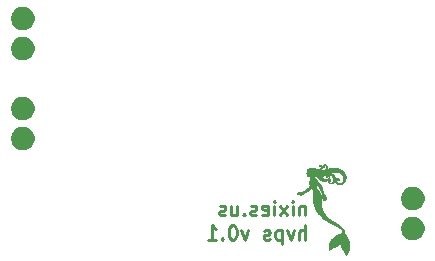
<source format=gbs>
%TF.GenerationSoftware,KiCad,Pcbnew,5.0.2-bee76a0~70~ubuntu18.04.1*%
%TF.CreationDate,2019-09-23T12:17:33+02:00*%
%TF.ProjectId,HVPS_SMD,48565053-5f53-44d4-942e-6b696361645f,rev?*%
%TF.SameCoordinates,Original*%
%TF.FileFunction,Soldermask,Bot*%
%TF.FilePolarity,Negative*%
%FSLAX46Y46*%
G04 Gerber Fmt 4.6, Leading zero omitted, Abs format (unit mm)*
G04 Created by KiCad (PCBNEW 5.0.2-bee76a0~70~ubuntu18.04.1) date Mo 23 Sep 2019 12:17:33 CEST*
%MOMM*%
%LPD*%
G01*
G04 APERTURE LIST*
%ADD10C,0.254000*%
%ADD11C,0.010000*%
%ADD12C,0.127000*%
G04 APERTURE END LIST*
D10*
X204273185Y-79360857D02*
X204273185Y-80160857D01*
X204273185Y-79475142D02*
X204216042Y-79418000D01*
X204101757Y-79360857D01*
X203930328Y-79360857D01*
X203816042Y-79418000D01*
X203758900Y-79532285D01*
X203758900Y-80160857D01*
X203187471Y-80160857D02*
X203187471Y-79360857D01*
X203187471Y-78960857D02*
X203244614Y-79018000D01*
X203187471Y-79075142D01*
X203130328Y-79018000D01*
X203187471Y-78960857D01*
X203187471Y-79075142D01*
X202730328Y-80160857D02*
X202101757Y-79360857D01*
X202730328Y-79360857D02*
X202101757Y-80160857D01*
X201644614Y-80160857D02*
X201644614Y-79360857D01*
X201644614Y-78960857D02*
X201701757Y-79018000D01*
X201644614Y-79075142D01*
X201587471Y-79018000D01*
X201644614Y-78960857D01*
X201644614Y-79075142D01*
X200616042Y-80103714D02*
X200730328Y-80160857D01*
X200958900Y-80160857D01*
X201073185Y-80103714D01*
X201130328Y-79989428D01*
X201130328Y-79532285D01*
X201073185Y-79418000D01*
X200958900Y-79360857D01*
X200730328Y-79360857D01*
X200616042Y-79418000D01*
X200558900Y-79532285D01*
X200558900Y-79646571D01*
X201130328Y-79760857D01*
X200101757Y-80103714D02*
X199987471Y-80160857D01*
X199758900Y-80160857D01*
X199644614Y-80103714D01*
X199587471Y-79989428D01*
X199587471Y-79932285D01*
X199644614Y-79818000D01*
X199758900Y-79760857D01*
X199930328Y-79760857D01*
X200044614Y-79703714D01*
X200101757Y-79589428D01*
X200101757Y-79532285D01*
X200044614Y-79418000D01*
X199930328Y-79360857D01*
X199758900Y-79360857D01*
X199644614Y-79418000D01*
X199073185Y-80046571D02*
X199016042Y-80103714D01*
X199073185Y-80160857D01*
X199130328Y-80103714D01*
X199073185Y-80046571D01*
X199073185Y-80160857D01*
X197987471Y-79360857D02*
X197987471Y-80160857D01*
X198501757Y-79360857D02*
X198501757Y-79989428D01*
X198444614Y-80103714D01*
X198330328Y-80160857D01*
X198158900Y-80160857D01*
X198044614Y-80103714D01*
X197987471Y-80046571D01*
X197473185Y-80103714D02*
X197358900Y-80160857D01*
X197130328Y-80160857D01*
X197016042Y-80103714D01*
X196958900Y-79989428D01*
X196958900Y-79932285D01*
X197016042Y-79818000D01*
X197130328Y-79760857D01*
X197301757Y-79760857D01*
X197416042Y-79703714D01*
X197473185Y-79589428D01*
X197473185Y-79532285D01*
X197416042Y-79418000D01*
X197301757Y-79360857D01*
X197130328Y-79360857D01*
X197016042Y-79418000D01*
X204273185Y-82214857D02*
X204273185Y-81014857D01*
X203758900Y-82214857D02*
X203758900Y-81586285D01*
X203816042Y-81472000D01*
X203930328Y-81414857D01*
X204101757Y-81414857D01*
X204216042Y-81472000D01*
X204273185Y-81529142D01*
X203301757Y-81414857D02*
X203016042Y-82214857D01*
X202730328Y-81414857D01*
X202273185Y-81414857D02*
X202273185Y-82614857D01*
X202273185Y-81472000D02*
X202158900Y-81414857D01*
X201930328Y-81414857D01*
X201816042Y-81472000D01*
X201758900Y-81529142D01*
X201701757Y-81643428D01*
X201701757Y-81986285D01*
X201758900Y-82100571D01*
X201816042Y-82157714D01*
X201930328Y-82214857D01*
X202158900Y-82214857D01*
X202273185Y-82157714D01*
X201244614Y-82157714D02*
X201130328Y-82214857D01*
X200901757Y-82214857D01*
X200787471Y-82157714D01*
X200730328Y-82043428D01*
X200730328Y-81986285D01*
X200787471Y-81872000D01*
X200901757Y-81814857D01*
X201073185Y-81814857D01*
X201187471Y-81757714D01*
X201244614Y-81643428D01*
X201244614Y-81586285D01*
X201187471Y-81472000D01*
X201073185Y-81414857D01*
X200901757Y-81414857D01*
X200787471Y-81472000D01*
X199416042Y-81414857D02*
X199130328Y-82214857D01*
X198844614Y-81414857D01*
X198158900Y-81014857D02*
X198044614Y-81014857D01*
X197930328Y-81072000D01*
X197873185Y-81129142D01*
X197816042Y-81243428D01*
X197758900Y-81472000D01*
X197758900Y-81757714D01*
X197816042Y-81986285D01*
X197873185Y-82100571D01*
X197930328Y-82157714D01*
X198044614Y-82214857D01*
X198158900Y-82214857D01*
X198273185Y-82157714D01*
X198330328Y-82100571D01*
X198387471Y-81986285D01*
X198444614Y-81757714D01*
X198444614Y-81472000D01*
X198387471Y-81243428D01*
X198330328Y-81129142D01*
X198273185Y-81072000D01*
X198158900Y-81014857D01*
X197244614Y-82100571D02*
X197187471Y-82157714D01*
X197244614Y-82214857D01*
X197301757Y-82157714D01*
X197244614Y-82100571D01*
X197244614Y-82214857D01*
X196044614Y-82214857D02*
X196730328Y-82214857D01*
X196387471Y-82214857D02*
X196387471Y-81014857D01*
X196501757Y-81186285D01*
X196616042Y-81300571D01*
X196730328Y-81357714D01*
D11*
G36*
X205850189Y-75855464D02*
X205831508Y-75857415D01*
X205827313Y-75858259D01*
X205787583Y-75871756D01*
X205755676Y-75891225D01*
X205742168Y-75903487D01*
X205724323Y-75924401D01*
X205713839Y-75944388D01*
X205709070Y-75967553D01*
X205708250Y-75988030D01*
X205708942Y-76009070D01*
X205711876Y-76024251D01*
X205718346Y-76038252D01*
X205725062Y-76048941D01*
X205744859Y-76071234D01*
X205768002Y-76084744D01*
X205792859Y-76089038D01*
X205817801Y-76083687D01*
X205830499Y-76076790D01*
X205841432Y-76068237D01*
X205847094Y-76058974D01*
X205849551Y-76044847D01*
X205850068Y-76037430D01*
X205850352Y-76020523D01*
X205848096Y-76010867D01*
X205842413Y-76005257D01*
X205840916Y-76004408D01*
X205827535Y-76001216D01*
X205816559Y-76002078D01*
X205807033Y-76006119D01*
X205805081Y-76013877D01*
X205806177Y-76020223D01*
X205806711Y-76032847D01*
X205802094Y-76038099D01*
X205793922Y-76036765D01*
X205783789Y-76029631D01*
X205773287Y-76017480D01*
X205764011Y-76001100D01*
X205763104Y-75999003D01*
X205758582Y-75985635D01*
X205758713Y-75974300D01*
X205763533Y-75959315D01*
X205779357Y-75930141D01*
X205802748Y-75907074D01*
X205816836Y-75897784D01*
X205830084Y-75891198D01*
X205844252Y-75887377D01*
X205862866Y-75885635D01*
X205881288Y-75885284D01*
X205907147Y-75886089D01*
X205924394Y-75888606D01*
X205931294Y-75891760D01*
X205940648Y-75897561D01*
X205944728Y-75898374D01*
X205955165Y-75902395D01*
X205969163Y-75912935D01*
X205984406Y-75927709D01*
X205998579Y-75944436D01*
X206009367Y-75960831D01*
X206010717Y-75963458D01*
X206018883Y-75980288D01*
X206026332Y-75995749D01*
X206030088Y-76008889D01*
X206032384Y-76030133D01*
X206033310Y-76060486D01*
X206033318Y-76075124D01*
X206033026Y-76102500D01*
X206032145Y-76122285D01*
X206030111Y-76137471D01*
X206026359Y-76151051D01*
X206020324Y-76166017D01*
X206013250Y-76181479D01*
X205988753Y-76223765D01*
X205957300Y-76259730D01*
X205918325Y-76289760D01*
X205871264Y-76314241D01*
X205815553Y-76333559D01*
X205777042Y-76342980D01*
X205747634Y-76346773D01*
X205710805Y-76347737D01*
X205669281Y-76346054D01*
X205625788Y-76341910D01*
X205583049Y-76335487D01*
X205545313Y-76327362D01*
X205524845Y-76321139D01*
X205506151Y-76313737D01*
X205490722Y-76306055D01*
X205480047Y-76298994D01*
X205475615Y-76293453D01*
X205478918Y-76290333D01*
X205483403Y-76289958D01*
X205493351Y-76286781D01*
X205509167Y-76278266D01*
X205528665Y-76265940D01*
X205549656Y-76251327D01*
X205569953Y-76235954D01*
X205587368Y-76221345D01*
X205599714Y-76209027D01*
X205600080Y-76208593D01*
X205620173Y-76182836D01*
X205634775Y-76159162D01*
X205645111Y-76134537D01*
X205652403Y-76105929D01*
X205657873Y-76070306D01*
X205658731Y-76063151D01*
X205658775Y-76029481D01*
X205652304Y-75993561D01*
X205640392Y-75958731D01*
X205624115Y-75928334D01*
X205609645Y-75910413D01*
X205582288Y-75889754D01*
X205550549Y-75876678D01*
X205516674Y-75871291D01*
X205482911Y-75873696D01*
X205451505Y-75883997D01*
X205425146Y-75901884D01*
X205410257Y-75920011D01*
X205402842Y-75941267D01*
X205401334Y-75961426D01*
X205402530Y-75979322D01*
X205407582Y-75992321D01*
X205418690Y-76005981D01*
X205419157Y-76006477D01*
X205434338Y-76019720D01*
X205448474Y-76025050D01*
X205453552Y-76025375D01*
X205472092Y-76020731D01*
X205485435Y-76008353D01*
X205491218Y-75990569D01*
X205491292Y-75988167D01*
X205488195Y-75973928D01*
X205480311Y-75968185D01*
X205469753Y-75971762D01*
X205463980Y-75977490D01*
X205455881Y-75985424D01*
X205449297Y-75985170D01*
X205446283Y-75983016D01*
X205440309Y-75972091D01*
X205438691Y-75955475D01*
X205441458Y-75937137D01*
X205445862Y-75925706D01*
X205456291Y-75912327D01*
X205467844Y-75903479D01*
X205485958Y-75897964D01*
X205508943Y-75896402D01*
X205531868Y-75898756D01*
X205548095Y-75904051D01*
X205568631Y-75917591D01*
X205588039Y-75935328D01*
X205602516Y-75953644D01*
X205605130Y-75958307D01*
X205608893Y-75970698D01*
X205611492Y-75988535D01*
X205612845Y-76008782D01*
X205612872Y-76028400D01*
X205611490Y-76044352D01*
X205608619Y-76053600D01*
X205607709Y-76054479D01*
X205603613Y-76061773D01*
X205602417Y-76070666D01*
X205600566Y-76080460D01*
X205597125Y-76083583D01*
X205592044Y-76087656D01*
X205591834Y-76089228D01*
X205588631Y-76096995D01*
X205580349Y-76109875D01*
X205568978Y-76125106D01*
X205556508Y-76139926D01*
X205551309Y-76145479D01*
X205534192Y-76159819D01*
X205510034Y-76175914D01*
X205481808Y-76192102D01*
X205452490Y-76206722D01*
X205425055Y-76218114D01*
X205415437Y-76221344D01*
X205353492Y-76236470D01*
X205294992Y-76242341D01*
X205238500Y-76238784D01*
X205182577Y-76225624D01*
X205125784Y-76202690D01*
X205086480Y-76181741D01*
X205049648Y-76160960D01*
X205018875Y-76145442D01*
X204991499Y-76134448D01*
X204964861Y-76127241D01*
X204936300Y-76123083D01*
X204903157Y-76121236D01*
X204867238Y-76120940D01*
X204837171Y-76121404D01*
X204808525Y-76122457D01*
X204784110Y-76123953D01*
X204766732Y-76125750D01*
X204763688Y-76126254D01*
X204742749Y-76130057D01*
X204718434Y-76134261D01*
X204705480Y-76136412D01*
X204683563Y-76140282D01*
X204661891Y-76144593D01*
X204651240Y-76146974D01*
X204624466Y-76153426D01*
X204605732Y-76158019D01*
X204592780Y-76161335D01*
X204583351Y-76163956D01*
X204575190Y-76166466D01*
X204573188Y-76167110D01*
X204536946Y-76181827D01*
X204504387Y-76200783D01*
X204476876Y-76222716D01*
X204455778Y-76246364D01*
X204442460Y-76270464D01*
X204438251Y-76291913D01*
X204436035Y-76311040D01*
X204430068Y-76335707D01*
X204421366Y-76362004D01*
X204417400Y-76371979D01*
X204406972Y-76405079D01*
X204401656Y-76440111D01*
X204401299Y-76455817D01*
X204401794Y-76476551D01*
X204401378Y-76488682D01*
X204399495Y-76494185D01*
X204395589Y-76495034D01*
X204390625Y-76493687D01*
X204381754Y-76492437D01*
X204381454Y-76496683D01*
X204389621Y-76505859D01*
X204393503Y-76509314D01*
X204402432Y-76518708D01*
X204403871Y-76527493D01*
X204401594Y-76535006D01*
X204394002Y-76546562D01*
X204381154Y-76559150D01*
X204375105Y-76563743D01*
X204359408Y-76577558D01*
X204353947Y-76590959D01*
X204358688Y-76605104D01*
X204373428Y-76621003D01*
X204385046Y-76632121D01*
X204389129Y-76639375D01*
X204386852Y-76644908D01*
X204386657Y-76645111D01*
X204382110Y-76655627D01*
X204380288Y-76672415D01*
X204381229Y-76691510D01*
X204384973Y-76708949D01*
X204385993Y-76711719D01*
X204398958Y-76745822D01*
X204407223Y-76772240D01*
X204411236Y-76792532D01*
X204411792Y-76801694D01*
X204415365Y-76816911D01*
X204426344Y-76827776D01*
X204433256Y-76831686D01*
X204441722Y-76834339D01*
X204453670Y-76835915D01*
X204471029Y-76836590D01*
X204495727Y-76836543D01*
X204517625Y-76836191D01*
X204548270Y-76835745D01*
X204570341Y-76835888D01*
X204585843Y-76836814D01*
X204596779Y-76838721D01*
X204605151Y-76841804D01*
X204611553Y-76845374D01*
X204622732Y-76854225D01*
X204628526Y-76862595D01*
X204628750Y-76864026D01*
X204631137Y-76871124D01*
X204633195Y-76872041D01*
X204637799Y-76876902D01*
X204643084Y-76889908D01*
X204648497Y-76908692D01*
X204653485Y-76930888D01*
X204657494Y-76954129D01*
X204659972Y-76976049D01*
X204660500Y-76988868D01*
X204659126Y-77014797D01*
X204655411Y-77046477D01*
X204649968Y-77079496D01*
X204644224Y-77106197D01*
X204631339Y-77155957D01*
X204619668Y-77195685D01*
X204609071Y-77225844D01*
X204607707Y-77229229D01*
X204602987Y-77241487D01*
X204597364Y-77257045D01*
X204596914Y-77258333D01*
X204588279Y-77281191D01*
X204577093Y-77306979D01*
X204562112Y-77338537D01*
X204558622Y-77345645D01*
X204549037Y-77369957D01*
X204543298Y-77394776D01*
X204541652Y-77417452D01*
X204544348Y-77435340D01*
X204549439Y-77444091D01*
X204559814Y-77452984D01*
X204574147Y-77463926D01*
X204589745Y-77475032D01*
X204603913Y-77484419D01*
X204613956Y-77490203D01*
X204616768Y-77491166D01*
X204624614Y-77494990D01*
X204635792Y-77504534D01*
X204647481Y-77516910D01*
X204656860Y-77529227D01*
X204660387Y-77535846D01*
X204662782Y-77555707D01*
X204656541Y-77580658D01*
X204655315Y-77583770D01*
X204646207Y-77605209D01*
X204634870Y-77630457D01*
X204622235Y-77657597D01*
X204609234Y-77684716D01*
X204596798Y-77709900D01*
X204585858Y-77731233D01*
X204577347Y-77746802D01*
X204572196Y-77754692D01*
X204572089Y-77754805D01*
X204566263Y-77762574D01*
X204565250Y-77765589D01*
X204561298Y-77773046D01*
X204550578Y-77785274D01*
X204534794Y-77800704D01*
X204515649Y-77817765D01*
X204494849Y-77834887D01*
X204474097Y-77850499D01*
X204470000Y-77853372D01*
X204454519Y-77864526D01*
X204434178Y-77879821D01*
X204410749Y-77897853D01*
X204386006Y-77917217D01*
X204361723Y-77936511D01*
X204339673Y-77954331D01*
X204321630Y-77969272D01*
X204309367Y-77979932D01*
X204305959Y-77983215D01*
X204300469Y-77987739D01*
X204289441Y-77996154D01*
X204282146Y-78001570D01*
X204267926Y-78012521D01*
X204256358Y-78022268D01*
X204253042Y-78025437D01*
X204245834Y-78031681D01*
X204231970Y-78042674D01*
X204213375Y-78056970D01*
X204191971Y-78073119D01*
X204169683Y-78089674D01*
X204148434Y-78105186D01*
X204130146Y-78118207D01*
X204126042Y-78121056D01*
X204111580Y-78131578D01*
X204099266Y-78141441D01*
X204097328Y-78143160D01*
X204085665Y-78151649D01*
X204077484Y-78155566D01*
X204069451Y-78159883D01*
X204067834Y-78162577D01*
X204063412Y-78166865D01*
X204052465Y-78172497D01*
X204049313Y-78173791D01*
X204037338Y-78179407D01*
X204031063Y-78184138D01*
X204030792Y-78184900D01*
X204026221Y-78188499D01*
X204014148Y-78194475D01*
X203997033Y-78201630D01*
X203994176Y-78202733D01*
X203978060Y-78208576D01*
X203964196Y-78212438D01*
X203949802Y-78214643D01*
X203932093Y-78215517D01*
X203908286Y-78215385D01*
X203889666Y-78214952D01*
X203855523Y-78213334D01*
X203816409Y-78210348D01*
X203777779Y-78206461D01*
X203752274Y-78203215D01*
X203722120Y-78199110D01*
X203699490Y-78196744D01*
X203681480Y-78196036D01*
X203665188Y-78196905D01*
X203647712Y-78199269D01*
X203642472Y-78200144D01*
X203621596Y-78204139D01*
X203609253Y-78207848D01*
X203603448Y-78212098D01*
X203602167Y-78216873D01*
X203603492Y-78222283D01*
X203609014Y-78225268D01*
X203621056Y-78226509D01*
X203635591Y-78226708D01*
X203659236Y-78227697D01*
X203684762Y-78230337D01*
X203708967Y-78234134D01*
X203728645Y-78238596D01*
X203739750Y-78242724D01*
X203743696Y-78245566D01*
X203743171Y-78247943D01*
X203736836Y-78250248D01*
X203723348Y-78252875D01*
X203701366Y-78256220D01*
X203686834Y-78258275D01*
X203658253Y-78262714D01*
X203636017Y-78267508D01*
X203615913Y-78273774D01*
X203593730Y-78282630D01*
X203591584Y-78283551D01*
X203575121Y-78291942D01*
X203559127Y-78302191D01*
X203546280Y-78312332D01*
X203539255Y-78320398D01*
X203538667Y-78322409D01*
X203543257Y-78324665D01*
X203554719Y-78324989D01*
X203569598Y-78323748D01*
X203584434Y-78321306D01*
X203595771Y-78318030D01*
X203599257Y-78316009D01*
X203608325Y-78312170D01*
X203615396Y-78311374D01*
X203627183Y-78308828D01*
X203632214Y-78305669D01*
X203641239Y-78302154D01*
X203653116Y-78302016D01*
X203662864Y-78303781D01*
X203662971Y-78305871D01*
X203657730Y-78308201D01*
X203630940Y-78318871D01*
X203611890Y-78327106D01*
X203598357Y-78334036D01*
X203588115Y-78340791D01*
X203579678Y-78347831D01*
X203570147Y-78357500D01*
X203565285Y-78364501D01*
X203565125Y-78365281D01*
X203569546Y-78369413D01*
X203581902Y-78368775D01*
X203600838Y-78363662D01*
X203624995Y-78354369D01*
X203634222Y-78350280D01*
X203656138Y-78341062D01*
X203671774Y-78336093D01*
X203680327Y-78335407D01*
X203680989Y-78339041D01*
X203672956Y-78347030D01*
X203670880Y-78348660D01*
X203659763Y-78355859D01*
X203651681Y-78358882D01*
X203645199Y-78363286D01*
X203640124Y-78372676D01*
X203639209Y-78377953D01*
X203643484Y-78380698D01*
X203654495Y-78379608D01*
X203669518Y-78375592D01*
X203685829Y-78369564D01*
X203700704Y-78362434D01*
X203711420Y-78355113D01*
X203713292Y-78353167D01*
X203720298Y-78348712D01*
X203734313Y-78342211D01*
X203752305Y-78334963D01*
X203771244Y-78328268D01*
X203771876Y-78328063D01*
X203788310Y-78324539D01*
X203809226Y-78322333D01*
X203820688Y-78321958D01*
X203838097Y-78322442D01*
X203848193Y-78324747D01*
X203854232Y-78330147D01*
X203857817Y-78336510D01*
X203861713Y-78350215D01*
X203858421Y-78363126D01*
X203847098Y-78376557D01*
X203826899Y-78391821D01*
X203818986Y-78396952D01*
X203797648Y-78410827D01*
X203783672Y-78421278D01*
X203775242Y-78430152D01*
X203770541Y-78439294D01*
X203768122Y-78448651D01*
X203767225Y-78460878D01*
X203771479Y-78465373D01*
X203772162Y-78465460D01*
X203789877Y-78463995D01*
X203802337Y-78455919D01*
X203812709Y-78448543D01*
X203830321Y-78438954D01*
X203852427Y-78428450D01*
X203876283Y-78418329D01*
X203899143Y-78409886D01*
X203901146Y-78409224D01*
X203938899Y-78395391D01*
X203968693Y-78380619D01*
X203993130Y-78363270D01*
X204014811Y-78341706D01*
X204022092Y-78333030D01*
X204037780Y-78314684D01*
X204053395Y-78298207D01*
X204066180Y-78286458D01*
X204069008Y-78284314D01*
X204080691Y-78275787D01*
X204088164Y-78269654D01*
X204089000Y-78268764D01*
X204095776Y-78263394D01*
X204110070Y-78254206D01*
X204130015Y-78242271D01*
X204153741Y-78228657D01*
X204179381Y-78214435D01*
X204205064Y-78200674D01*
X204228924Y-78188443D01*
X204231875Y-78186981D01*
X204279447Y-78163160D01*
X204320717Y-78141604D01*
X204359143Y-78120480D01*
X204385334Y-78105470D01*
X204402138Y-78096064D01*
X204416352Y-78088752D01*
X204423698Y-78085571D01*
X204431518Y-78080882D01*
X204432959Y-78077924D01*
X204437054Y-78073438D01*
X204438650Y-78073250D01*
X204445545Y-78070632D01*
X204459537Y-78063481D01*
X204478735Y-78052849D01*
X204501247Y-78039788D01*
X204525181Y-78025350D01*
X204528919Y-78023043D01*
X204538162Y-78017374D01*
X204552644Y-78008548D01*
X204563314Y-78002066D01*
X204577817Y-77993051D01*
X204588287Y-77986140D01*
X204591709Y-77983515D01*
X204597184Y-77978883D01*
X204608182Y-77970350D01*
X204615521Y-77964830D01*
X204632944Y-77951726D01*
X204646314Y-77941119D01*
X204658351Y-77930609D01*
X204671778Y-77917794D01*
X204689316Y-77900275D01*
X204693573Y-77895979D01*
X204712309Y-77875797D01*
X204730527Y-77854042D01*
X204745174Y-77834426D01*
X204749043Y-77828510D01*
X204759542Y-77813121D01*
X204768904Y-77802179D01*
X204775023Y-77798083D01*
X204781582Y-77800431D01*
X204782215Y-77802052D01*
X204785373Y-77808283D01*
X204793182Y-77818706D01*
X204795444Y-77821395D01*
X204803976Y-77832141D01*
X204808465Y-77839402D01*
X204808667Y-77840241D01*
X204811884Y-77846320D01*
X204818153Y-77853970D01*
X204828642Y-77868656D01*
X204840879Y-77891009D01*
X204853784Y-77918494D01*
X204866280Y-77948579D01*
X204877286Y-77978732D01*
X204885725Y-78006419D01*
X204889014Y-78020333D01*
X204898028Y-78066638D01*
X204904672Y-78105635D01*
X204909210Y-78140265D01*
X204911907Y-78173470D01*
X204913028Y-78208191D01*
X204912838Y-78247370D01*
X204912126Y-78276979D01*
X204911044Y-78310664D01*
X204909846Y-78341856D01*
X204908623Y-78368578D01*
X204907466Y-78388856D01*
X204906466Y-78400716D01*
X204906383Y-78401333D01*
X204905571Y-78411446D01*
X204904642Y-78430553D01*
X204903650Y-78457061D01*
X204902647Y-78489383D01*
X204901690Y-78525929D01*
X204900830Y-78565109D01*
X204900824Y-78565375D01*
X204900012Y-78612421D01*
X204899686Y-78651221D01*
X204899925Y-78684100D01*
X204900810Y-78713388D01*
X204902421Y-78741413D01*
X204904836Y-78770502D01*
X204908137Y-78802983D01*
X204909350Y-78814083D01*
X204915916Y-78872180D01*
X204921824Y-78921321D01*
X204927318Y-78963097D01*
X204932644Y-78999098D01*
X204938044Y-79030912D01*
X204943765Y-79060130D01*
X204950051Y-79088340D01*
X204954115Y-79105125D01*
X204960206Y-79130338D01*
X204965587Y-79153871D01*
X204969538Y-79172511D01*
X204971027Y-79180660D01*
X204974144Y-79194292D01*
X204977915Y-79202719D01*
X204978715Y-79203462D01*
X204982408Y-79210445D01*
X204983331Y-79217885D01*
X204984972Y-79227617D01*
X204989365Y-79244640D01*
X204995774Y-79266254D01*
X205000972Y-79282395D01*
X205009233Y-79307466D01*
X205017040Y-79331565D01*
X205023261Y-79351181D01*
X205025698Y-79359125D01*
X205030622Y-79374470D01*
X205034809Y-79385658D01*
X205036058Y-79388229D01*
X205039664Y-79396304D01*
X205044705Y-79409980D01*
X205046298Y-79414687D01*
X205053050Y-79433724D01*
X205060331Y-79452375D01*
X205061170Y-79454375D01*
X205068028Y-79470679D01*
X205074056Y-79485260D01*
X205074407Y-79486125D01*
X205080351Y-79499893D01*
X205084451Y-79508542D01*
X205088426Y-79518937D01*
X205089125Y-79523158D01*
X205091361Y-79529816D01*
X205097572Y-79544404D01*
X205107018Y-79565378D01*
X205118958Y-79591194D01*
X205132651Y-79620309D01*
X205147356Y-79651178D01*
X205162332Y-79682257D01*
X205176838Y-79712002D01*
X205190133Y-79738870D01*
X205201477Y-79761316D01*
X205210127Y-79777797D01*
X205215344Y-79786769D01*
X205216112Y-79787750D01*
X205219960Y-79793585D01*
X205226861Y-79805579D01*
X205231585Y-79814208D01*
X205244333Y-79836639D01*
X205261191Y-79864506D01*
X205280705Y-79895573D01*
X205301419Y-79927607D01*
X205321879Y-79958373D01*
X205340630Y-79985639D01*
X205356216Y-80007168D01*
X205362536Y-80015291D01*
X205368180Y-80022433D01*
X205378780Y-80035992D01*
X205392812Y-80054014D01*
X205408577Y-80074321D01*
X205480732Y-80160586D01*
X205561677Y-80244902D01*
X205649618Y-80325433D01*
X205673862Y-80345902D01*
X205689236Y-80358736D01*
X205701272Y-80368925D01*
X205707788Y-80374619D01*
X205708250Y-80375070D01*
X205713360Y-80379212D01*
X205725095Y-80388190D01*
X205741559Y-80400566D01*
X205755875Y-80411215D01*
X205775497Y-80425811D01*
X205792654Y-80438688D01*
X205805097Y-80448151D01*
X205809766Y-80451811D01*
X205820652Y-80459914D01*
X205833578Y-80468659D01*
X205847571Y-80478492D01*
X205858738Y-80487530D01*
X205868150Y-80494562D01*
X205873772Y-80496833D01*
X205880177Y-80500028D01*
X205891494Y-80508231D01*
X205900185Y-80515354D01*
X205913046Y-80525711D01*
X205922853Y-80532433D01*
X205926243Y-80533875D01*
X205932136Y-80536527D01*
X205943973Y-80543300D01*
X205958910Y-80552419D01*
X205974104Y-80562106D01*
X205986711Y-80570585D01*
X205993887Y-80576081D01*
X205994000Y-80576193D01*
X206000129Y-80580521D01*
X206009875Y-80586378D01*
X206019011Y-80591765D01*
X206035175Y-80601485D01*
X206056376Y-80614333D01*
X206080623Y-80629104D01*
X206090801Y-80635326D01*
X206114553Y-80649777D01*
X206134952Y-80662032D01*
X206150378Y-80671130D01*
X206159207Y-80676106D01*
X206160632Y-80676750D01*
X206165902Y-80679229D01*
X206177818Y-80685768D01*
X206193931Y-80695017D01*
X206195991Y-80696222D01*
X206223603Y-80712148D01*
X206253048Y-80728703D01*
X206281493Y-80744327D01*
X206306106Y-80757464D01*
X206322084Y-80765599D01*
X206334632Y-80772090D01*
X206342484Y-80776821D01*
X206343250Y-80777468D01*
X206348786Y-80780903D01*
X206361692Y-80787989D01*
X206379891Y-80797607D01*
X206396167Y-80806013D01*
X206445322Y-80831179D01*
X206489845Y-80854001D01*
X206528951Y-80874075D01*
X206561854Y-80890998D01*
X206587769Y-80904365D01*
X206605910Y-80913772D01*
X206615492Y-80918816D01*
X206615968Y-80919075D01*
X206625048Y-80923813D01*
X206640987Y-80931904D01*
X206661153Y-80942017D01*
X206673980Y-80948400D01*
X206748231Y-80985750D01*
X206813520Y-81019707D01*
X206870734Y-81050745D01*
X206920760Y-81079342D01*
X206943855Y-81093177D01*
X206957458Y-81100801D01*
X206965021Y-81104597D01*
X206972412Y-81108911D01*
X206986579Y-81117876D01*
X207005874Y-81130392D01*
X207028647Y-81145359D01*
X207053250Y-81161677D01*
X207078035Y-81178246D01*
X207101352Y-81193966D01*
X207121552Y-81207737D01*
X207136988Y-81218460D01*
X207146009Y-81225033D01*
X207147584Y-81226400D01*
X207152830Y-81231217D01*
X207163881Y-81240472D01*
X207176688Y-81250833D01*
X207236914Y-81304393D01*
X207288218Y-81361685D01*
X207330288Y-81422180D01*
X207362811Y-81485346D01*
X207385476Y-81550651D01*
X207397971Y-81617566D01*
X207399115Y-81629720D01*
X207400533Y-81650291D01*
X207400389Y-81663010D01*
X207398178Y-81670555D01*
X207393396Y-81675606D01*
X207390028Y-81677937D01*
X207375982Y-81684507D01*
X207359365Y-81689056D01*
X207359229Y-81689079D01*
X207319691Y-81696475D01*
X207285964Y-81704738D01*
X207261355Y-81712271D01*
X207239487Y-81719356D01*
X207213337Y-81727616D01*
X207189917Y-81734850D01*
X207169468Y-81741199D01*
X207151909Y-81746877D01*
X207140608Y-81750790D01*
X207139646Y-81751164D01*
X207129724Y-81754949D01*
X207113121Y-81761103D01*
X207093116Y-81768411D01*
X207089375Y-81769766D01*
X207070039Y-81777094D01*
X207054481Y-81783598D01*
X207045496Y-81788093D01*
X207044661Y-81788711D01*
X207035071Y-81792984D01*
X207031987Y-81793291D01*
X207023849Y-81795561D01*
X207008251Y-81801762D01*
X206987145Y-81810983D01*
X206962482Y-81822313D01*
X206936213Y-81834840D01*
X206910289Y-81847653D01*
X206886661Y-81859841D01*
X206869771Y-81869067D01*
X206846183Y-81882619D01*
X206821406Y-81897128D01*
X206797964Y-81911090D01*
X206778386Y-81922997D01*
X206765196Y-81931344D01*
X206764227Y-81931991D01*
X206712370Y-81969492D01*
X206659658Y-82012257D01*
X206608528Y-82058070D01*
X206561416Y-82104712D01*
X206520759Y-82149968D01*
X206509579Y-82163708D01*
X206495634Y-82181018D01*
X206483971Y-82194902D01*
X206476232Y-82203434D01*
X206474219Y-82205159D01*
X206470295Y-82211213D01*
X206470250Y-82211995D01*
X206466953Y-82219170D01*
X206459419Y-82228694D01*
X206451795Y-82238595D01*
X206440492Y-82255331D01*
X206426985Y-82276494D01*
X206412751Y-82299677D01*
X206399266Y-82322472D01*
X206388004Y-82342471D01*
X206380442Y-82357265D01*
X206379956Y-82358342D01*
X206373925Y-82369667D01*
X206368953Y-82375251D01*
X206368417Y-82375375D01*
X206364764Y-82379622D01*
X206364417Y-82382524D01*
X206362063Y-82391010D01*
X206356037Y-82404934D01*
X206351188Y-82414554D01*
X206343676Y-82429966D01*
X206338883Y-82442270D01*
X206337959Y-82446651D01*
X206335504Y-82454410D01*
X206333990Y-82455631D01*
X206330351Y-82461354D01*
X206324475Y-82475051D01*
X206317118Y-82494545D01*
X206309034Y-82517659D01*
X206300976Y-82542215D01*
X206293700Y-82566036D01*
X206287958Y-82586944D01*
X206286645Y-82592333D01*
X206281816Y-82611772D01*
X206277227Y-82628259D01*
X206274210Y-82637312D01*
X206270349Y-82649934D01*
X206267065Y-82665847D01*
X206266977Y-82666416D01*
X206264973Y-82678953D01*
X206261675Y-82699065D01*
X206257554Y-82723892D01*
X206253442Y-82748437D01*
X206249507Y-82774522D01*
X206246552Y-82801135D01*
X206244442Y-82830460D01*
X206243041Y-82864680D01*
X206242217Y-82905977D01*
X206241941Y-82935237D01*
X206241907Y-82970428D01*
X206242253Y-83002114D01*
X206242932Y-83028753D01*
X206243895Y-83048800D01*
X206245095Y-83060711D01*
X206245888Y-83063290D01*
X206252103Y-83062466D01*
X206265593Y-83056213D01*
X206285010Y-83045235D01*
X206308209Y-83030752D01*
X206350878Y-83003892D01*
X206393415Y-82978850D01*
X206438041Y-82954433D01*
X206486976Y-82929450D01*
X206542440Y-82902710D01*
X206576084Y-82887031D01*
X206611498Y-82870758D01*
X206640275Y-82857687D01*
X206661644Y-82848160D01*
X206674839Y-82842522D01*
X206679017Y-82841041D01*
X206684473Y-82839007D01*
X206697202Y-82833577D01*
X206714855Y-82825764D01*
X206722541Y-82822302D01*
X206742860Y-82813131D01*
X206760504Y-82805218D01*
X206772456Y-82799914D01*
X206774521Y-82799016D01*
X206785356Y-82794316D01*
X206801412Y-82787299D01*
X206811563Y-82782846D01*
X206843212Y-82769021D01*
X206866364Y-82759101D01*
X206882151Y-82752604D01*
X206885646Y-82751240D01*
X206901695Y-82744354D01*
X206924193Y-82733752D01*
X206950338Y-82720857D01*
X206977325Y-82707089D01*
X207002352Y-82693868D01*
X207022614Y-82682616D01*
X207031167Y-82677495D01*
X207047640Y-82665718D01*
X207066817Y-82649816D01*
X207087061Y-82631427D01*
X207106737Y-82612188D01*
X207124209Y-82593736D01*
X207137840Y-82577708D01*
X207145994Y-82565743D01*
X207147584Y-82560984D01*
X207151494Y-82554639D01*
X207151991Y-82554409D01*
X207157019Y-82549200D01*
X207165403Y-82537700D01*
X207175276Y-82522826D01*
X207184775Y-82507494D01*
X207192035Y-82494619D01*
X207195190Y-82487117D01*
X207195209Y-82486838D01*
X207199000Y-82480529D01*
X207199427Y-82480326D01*
X207204013Y-82474910D01*
X207211025Y-82463059D01*
X207215297Y-82454750D01*
X207221863Y-82442311D01*
X207226169Y-82436024D01*
X207227124Y-82436229D01*
X207227267Y-82443002D01*
X207227556Y-82458563D01*
X207227961Y-82481114D01*
X207228448Y-82508861D01*
X207228930Y-82536770D01*
X207230484Y-82588059D01*
X207233614Y-82631125D01*
X207238909Y-82668285D01*
X207246955Y-82701855D01*
X207258341Y-82734149D01*
X207273655Y-82767482D01*
X207293484Y-82804172D01*
X207299473Y-82814583D01*
X207308516Y-82829851D01*
X207321792Y-82851887D01*
X207337945Y-82878473D01*
X207355616Y-82907392D01*
X207373447Y-82936427D01*
X207390079Y-82963361D01*
X207404156Y-82985975D01*
X207413782Y-83001217D01*
X207423574Y-83016882D01*
X207430588Y-83028817D01*
X207433333Y-83034482D01*
X207433334Y-83034513D01*
X207436332Y-83040428D01*
X207438875Y-83043671D01*
X207445955Y-83053037D01*
X207455360Y-83066955D01*
X207465309Y-83082578D01*
X207474021Y-83097061D01*
X207479717Y-83107559D01*
X207480959Y-83110937D01*
X207484841Y-83117012D01*
X207485012Y-83117090D01*
X207489670Y-83122360D01*
X207497600Y-83134128D01*
X207507113Y-83149543D01*
X207516522Y-83165754D01*
X207524137Y-83179911D01*
X207528271Y-83189162D01*
X207528584Y-83190670D01*
X207531830Y-83195534D01*
X207532553Y-83195624D01*
X207537608Y-83199852D01*
X207542270Y-83207530D01*
X207546700Y-83216499D01*
X207554831Y-83232801D01*
X207565602Y-83254313D01*
X207577953Y-83278918D01*
X207581283Y-83285541D01*
X207595714Y-83314357D01*
X207606369Y-83336018D01*
X207614301Y-83352791D01*
X207620561Y-83366940D01*
X207626201Y-83380728D01*
X207629834Y-83390052D01*
X207635776Y-83405191D01*
X207639260Y-83413864D01*
X207643532Y-83425565D01*
X207649292Y-83442799D01*
X207653124Y-83454875D01*
X207661107Y-83479123D01*
X207667605Y-83493974D01*
X207673629Y-83500317D01*
X207680196Y-83499039D01*
X207688317Y-83491026D01*
X207690851Y-83487896D01*
X207701996Y-83474041D01*
X207712018Y-83461935D01*
X207727304Y-83443747D01*
X207738524Y-83429890D01*
X207748557Y-83416711D01*
X207759096Y-83402209D01*
X207768907Y-83387672D01*
X207775513Y-83376198D01*
X207777292Y-83371340D01*
X207780744Y-83364549D01*
X207781700Y-83364034D01*
X207787879Y-83357832D01*
X207797580Y-83343612D01*
X207809942Y-83322993D01*
X207824108Y-83297592D01*
X207839218Y-83269026D01*
X207854415Y-83238913D01*
X207868841Y-83208871D01*
X207881636Y-83180517D01*
X207890750Y-83158541D01*
X207897337Y-83142335D01*
X207903097Y-83129143D01*
X207904835Y-83125540D01*
X207908998Y-83112106D01*
X207909584Y-83106009D01*
X207911998Y-83095849D01*
X207914875Y-83092395D01*
X207919009Y-83085083D01*
X207920167Y-83076520D01*
X207921935Y-83065601D01*
X207924874Y-83061007D01*
X207928860Y-83054217D01*
X207932111Y-83041716D01*
X207932250Y-83040851D01*
X207935334Y-83025797D01*
X207940297Y-83006190D01*
X207943624Y-82994500D01*
X207948421Y-82977705D01*
X207952851Y-82960208D01*
X207957465Y-82939549D01*
X207962814Y-82913268D01*
X207969103Y-82880729D01*
X207971118Y-82864184D01*
X207972738Y-82839034D01*
X207973964Y-82807127D01*
X207974796Y-82770317D01*
X207975236Y-82730454D01*
X207975284Y-82689389D01*
X207974942Y-82648973D01*
X207974210Y-82611059D01*
X207973090Y-82577496D01*
X207971582Y-82550137D01*
X207969689Y-82530833D01*
X207968907Y-82526187D01*
X207964408Y-82504018D01*
X207959897Y-82481736D01*
X207957653Y-82470625D01*
X207953154Y-82451216D01*
X207947107Y-82428624D01*
X207943886Y-82417708D01*
X207938304Y-82398055D01*
X207933835Y-82379617D01*
X207932250Y-82371357D01*
X207929104Y-82358658D01*
X207925113Y-82351367D01*
X207924874Y-82351201D01*
X207921205Y-82344199D01*
X207920167Y-82335687D01*
X207918170Y-82324606D01*
X207914875Y-82319812D01*
X207910441Y-82312353D01*
X207909584Y-82306199D01*
X207907167Y-82292351D01*
X207904938Y-82286667D01*
X207895974Y-82267529D01*
X207888574Y-82249201D01*
X207883995Y-82234971D01*
X207883125Y-82229674D01*
X207880211Y-82222748D01*
X207877834Y-82221916D01*
X207872838Y-82217784D01*
X207872542Y-82215757D01*
X207870029Y-82205598D01*
X207863034Y-82187966D01*
X207852376Y-82164552D01*
X207838874Y-82137043D01*
X207823348Y-82107128D01*
X207806615Y-82076495D01*
X207795989Y-82057875D01*
X207784739Y-82038493D01*
X207774325Y-82020511D01*
X207766972Y-82007766D01*
X207766878Y-82007604D01*
X207760802Y-81997895D01*
X207750596Y-81982470D01*
X207737613Y-81963284D01*
X207723206Y-81942291D01*
X207708728Y-81921446D01*
X207695532Y-81902702D01*
X207684969Y-81888015D01*
X207678394Y-81879337D01*
X207677149Y-81877958D01*
X207672415Y-81872477D01*
X207663820Y-81861467D01*
X207658310Y-81854145D01*
X207637344Y-81827459D01*
X207614083Y-81801196D01*
X207597055Y-81783423D01*
X207579724Y-81764815D01*
X207568877Y-81749706D01*
X207563021Y-81734635D01*
X207560663Y-81716143D01*
X207560294Y-81698187D01*
X207558985Y-81666889D01*
X207555457Y-81631483D01*
X207550224Y-81595327D01*
X207543800Y-81561777D01*
X207536697Y-81534193D01*
X207533961Y-81526062D01*
X207529846Y-81514204D01*
X207524579Y-81498155D01*
X207523354Y-81494312D01*
X207518279Y-81480164D01*
X207510761Y-81461422D01*
X207501898Y-81440569D01*
X207492790Y-81420087D01*
X207484537Y-81402458D01*
X207478237Y-81390167D01*
X207475328Y-81385833D01*
X207470622Y-81379578D01*
X207465123Y-81369958D01*
X207456342Y-81354550D01*
X207444322Y-81335415D01*
X207431213Y-81315774D01*
X207419167Y-81298852D01*
X207410395Y-81287937D01*
X207400701Y-81276808D01*
X207389115Y-81262534D01*
X207386492Y-81259166D01*
X207375995Y-81246837D01*
X207359820Y-81229341D01*
X207340010Y-81208751D01*
X207318607Y-81187137D01*
X207297655Y-81166571D01*
X207279197Y-81149124D01*
X207268731Y-81139770D01*
X207224403Y-81102157D01*
X207185621Y-81070319D01*
X207150358Y-81042642D01*
X207116585Y-81017510D01*
X207102605Y-81007502D01*
X207084641Y-80994669D01*
X207069341Y-80983536D01*
X207059293Y-80975995D01*
X207057625Y-80974662D01*
X207050402Y-80969435D01*
X207036185Y-80959750D01*
X207016876Y-80946883D01*
X206994377Y-80932113D01*
X206988834Y-80928504D01*
X206966035Y-80913586D01*
X206946146Y-80900389D01*
X206931010Y-80890148D01*
X206922470Y-80884099D01*
X206921588Y-80883392D01*
X206914619Y-80878468D01*
X206912761Y-80877833D01*
X206907676Y-80875146D01*
X206895295Y-80867745D01*
X206877238Y-80856621D01*
X206855122Y-80842767D01*
X206843637Y-80835500D01*
X206819911Y-80820648D01*
X206799191Y-80808074D01*
X206783177Y-80798778D01*
X206773570Y-80793761D01*
X206771767Y-80793166D01*
X206766734Y-80789136D01*
X206766584Y-80787875D01*
X206762597Y-80782736D01*
X206761346Y-80782583D01*
X206754735Y-80779891D01*
X206741734Y-80772728D01*
X206724782Y-80762462D01*
X206718959Y-80758770D01*
X206701261Y-80747806D01*
X206686739Y-80739508D01*
X206677832Y-80735246D01*
X206676571Y-80734958D01*
X206671486Y-80730929D01*
X206671334Y-80729666D01*
X206667255Y-80724592D01*
X206665646Y-80724375D01*
X206658821Y-80721660D01*
X206645679Y-80714443D01*
X206628693Y-80704108D01*
X206623148Y-80700562D01*
X206605568Y-80689567D01*
X206591176Y-80681260D01*
X206582403Y-80677021D01*
X206581210Y-80676750D01*
X206576232Y-80672718D01*
X206576084Y-80671458D01*
X206571956Y-80666455D01*
X206569969Y-80666166D01*
X206562181Y-80663173D01*
X206550284Y-80655712D01*
X206546509Y-80652937D01*
X206535048Y-80644672D01*
X206527434Y-80640056D01*
X206526331Y-80639708D01*
X206520835Y-80636882D01*
X206508094Y-80629045D01*
X206489600Y-80617159D01*
X206466846Y-80602185D01*
X206441324Y-80585086D01*
X206436023Y-80581500D01*
X206424684Y-80573904D01*
X206409121Y-80563585D01*
X206400980Y-80558219D01*
X206387479Y-80548753D01*
X206378223Y-80541158D01*
X206375882Y-80538375D01*
X206369806Y-80534063D01*
X206367945Y-80533868D01*
X206360268Y-80530638D01*
X206348934Y-80522630D01*
X206345896Y-80520087D01*
X206331832Y-80508737D01*
X206314329Y-80495715D01*
X206306209Y-80490015D01*
X206292484Y-80480373D01*
X206282678Y-80473018D01*
X206279750Y-80470444D01*
X206274253Y-80465619D01*
X206263216Y-80456997D01*
X206255973Y-80451574D01*
X206208604Y-80413681D01*
X206157518Y-80367376D01*
X206103734Y-80313710D01*
X206048270Y-80253736D01*
X205992146Y-80188505D01*
X205946249Y-80131708D01*
X205929944Y-80111084D01*
X205915225Y-80092696D01*
X205903765Y-80078621D01*
X205897459Y-80071179D01*
X205890368Y-80060882D01*
X205888167Y-80053981D01*
X205885643Y-80047596D01*
X205884024Y-80047041D01*
X205879737Y-80042871D01*
X205870884Y-80031445D01*
X205858655Y-80014385D01*
X205844240Y-79993315D01*
X205840368Y-79987510D01*
X205825569Y-79965511D01*
X205812685Y-79946912D01*
X205802909Y-79933396D01*
X205797435Y-79926645D01*
X205796886Y-79926215D01*
X205792965Y-79920159D01*
X205792917Y-79919346D01*
X205790264Y-79912466D01*
X205783368Y-79899748D01*
X205775453Y-79886714D01*
X205764654Y-79868365D01*
X205751416Y-79843850D01*
X205736722Y-79815213D01*
X205721552Y-79784497D01*
X205706890Y-79753745D01*
X205693715Y-79725002D01*
X205683010Y-79700310D01*
X205675757Y-79681712D01*
X205673516Y-79674513D01*
X205669318Y-79663152D01*
X205665331Y-79657741D01*
X205661663Y-79650741D01*
X205660625Y-79642229D01*
X205658628Y-79631148D01*
X205655334Y-79626354D01*
X205651200Y-79619041D01*
X205650042Y-79610479D01*
X205648293Y-79599573D01*
X205645382Y-79594994D01*
X205640655Y-79588016D01*
X205638082Y-79580130D01*
X205635261Y-79568632D01*
X205630684Y-79551238D01*
X205626633Y-79536395D01*
X205619769Y-79511053D01*
X205614128Y-79488439D01*
X205609304Y-79466357D01*
X205604891Y-79442614D01*
X205600480Y-79415014D01*
X205595666Y-79381363D01*
X205590041Y-79339466D01*
X205589842Y-79337958D01*
X205587857Y-79321047D01*
X205586279Y-79302849D01*
X205585088Y-79282208D01*
X205584268Y-79257972D01*
X205583799Y-79228986D01*
X205583665Y-79194098D01*
X205583845Y-79152152D01*
X205584323Y-79101996D01*
X205585081Y-79042476D01*
X205585129Y-79038979D01*
X205586183Y-78960737D01*
X205587024Y-78892286D01*
X205587649Y-78832836D01*
X205588050Y-78781597D01*
X205588225Y-78737778D01*
X205588167Y-78700589D01*
X205587870Y-78669240D01*
X205587331Y-78642940D01*
X205586544Y-78620899D01*
X205585503Y-78602327D01*
X205584204Y-78586434D01*
X205582642Y-78572430D01*
X205582058Y-78568020D01*
X205569931Y-78497076D01*
X205553382Y-78431082D01*
X205531704Y-78368698D01*
X205504192Y-78308582D01*
X205470139Y-78249392D01*
X205428839Y-78189786D01*
X205379585Y-78128424D01*
X205321670Y-78063962D01*
X205310378Y-78052038D01*
X205295111Y-78035201D01*
X205278199Y-78015227D01*
X205261221Y-77994146D01*
X205245755Y-77973986D01*
X205233378Y-77956778D01*
X205225670Y-77944550D01*
X205224117Y-77941128D01*
X205219368Y-77932486D01*
X205215769Y-77930375D01*
X205211096Y-77926242D01*
X205210834Y-77924287D01*
X205208727Y-77916535D01*
X205203257Y-77902569D01*
X205197050Y-77888569D01*
X205187555Y-77868014D01*
X205180649Y-77852042D01*
X205175596Y-77838026D01*
X205171662Y-77823342D01*
X205168112Y-77805364D01*
X205164211Y-77781469D01*
X205160721Y-77758796D01*
X205158891Y-77742647D01*
X205157141Y-77719560D01*
X205155518Y-77691258D01*
X205154071Y-77659465D01*
X205152847Y-77625905D01*
X205151895Y-77592303D01*
X205151261Y-77560383D01*
X205150994Y-77531868D01*
X205151141Y-77508483D01*
X205151751Y-77491951D01*
X205152871Y-77483997D01*
X205153092Y-77483644D01*
X205158232Y-77485202D01*
X205168259Y-77492146D01*
X205174012Y-77496898D01*
X205189248Y-77509810D01*
X205204193Y-77522021D01*
X205207278Y-77524458D01*
X205222288Y-77537050D01*
X205241600Y-77554502D01*
X205263446Y-77575076D01*
X205286060Y-77597037D01*
X205307677Y-77618646D01*
X205326529Y-77638167D01*
X205340851Y-77653863D01*
X205348313Y-77663145D01*
X205358901Y-77680197D01*
X205372979Y-77705613D01*
X205390732Y-77739749D01*
X205412346Y-77782961D01*
X205432657Y-77824541D01*
X205443891Y-77847275D01*
X205455022Y-77869039D01*
X205464185Y-77886208D01*
X205466712Y-77890687D01*
X205477172Y-77908905D01*
X205488689Y-77929203D01*
X205492324Y-77935666D01*
X205503158Y-77954938D01*
X205514331Y-77974727D01*
X205517686Y-77980645D01*
X205531961Y-78006301D01*
X205547768Y-78035566D01*
X205564358Y-78066956D01*
X205580977Y-78098988D01*
X205596875Y-78130178D01*
X205611301Y-78159041D01*
X205623502Y-78184094D01*
X205632729Y-78203854D01*
X205638228Y-78216836D01*
X205639459Y-78221134D01*
X205641694Y-78230398D01*
X205644133Y-78236040D01*
X205665624Y-78289652D01*
X205677049Y-78345588D01*
X205678248Y-78402602D01*
X205671615Y-78448710D01*
X205664800Y-78489990D01*
X205661158Y-78535141D01*
X205660711Y-78580762D01*
X205663480Y-78623452D01*
X205669488Y-78659809D01*
X205670253Y-78662912D01*
X205675667Y-78681242D01*
X205681100Y-78695035D01*
X205685440Y-78701500D01*
X205685697Y-78701614D01*
X205692877Y-78699096D01*
X205699522Y-78688302D01*
X205704787Y-78671530D01*
X205707828Y-78651084D01*
X205708250Y-78640153D01*
X205708858Y-78616548D01*
X205711007Y-78602193D01*
X205715190Y-78595807D01*
X205721897Y-78596109D01*
X205724654Y-78597408D01*
X205732810Y-78605005D01*
X205734709Y-78610540D01*
X205737626Y-78617462D01*
X205740000Y-78618291D01*
X205744449Y-78622673D01*
X205745292Y-78627816D01*
X205747520Y-78638727D01*
X205749618Y-78642368D01*
X205754502Y-78652836D01*
X205759366Y-78671754D01*
X205763816Y-78696997D01*
X205767455Y-78726440D01*
X205769275Y-78747937D01*
X205772724Y-78784030D01*
X205777741Y-78811628D01*
X205784782Y-78832757D01*
X205791084Y-78844665D01*
X205797209Y-78852801D01*
X205802442Y-78852449D01*
X205807424Y-78847957D01*
X205810711Y-78843233D01*
X205813123Y-78835567D01*
X205814811Y-78823396D01*
X205815926Y-78805159D01*
X205816619Y-78779293D01*
X205817001Y-78748584D01*
X205817622Y-78711394D01*
X205818817Y-78684560D01*
X205820719Y-78667863D01*
X205823463Y-78661084D01*
X205827185Y-78664005D01*
X205832017Y-78676406D01*
X205838094Y-78698069D01*
X205840976Y-78709572D01*
X205850016Y-78746358D01*
X205858226Y-78779419D01*
X205863268Y-78799551D01*
X205870201Y-78820865D01*
X205879473Y-78841712D01*
X205884906Y-78851144D01*
X205896950Y-78866736D01*
X205905759Y-78872290D01*
X205911300Y-78867856D01*
X205913541Y-78853484D01*
X205912450Y-78829222D01*
X205910483Y-78812178D01*
X205906961Y-78787895D01*
X205903010Y-78764040D01*
X205899428Y-78745407D01*
X205899111Y-78743968D01*
X205894421Y-78722945D01*
X205889699Y-78701530D01*
X205888566Y-78696343D01*
X205884028Y-78676430D01*
X205879228Y-78656694D01*
X205878534Y-78653982D01*
X205876217Y-78640701D01*
X205876851Y-78632405D01*
X205877556Y-78631538D01*
X205883599Y-78633505D01*
X205891534Y-78644964D01*
X205900891Y-78665092D01*
X205909156Y-78687083D01*
X205923126Y-78725723D01*
X205935019Y-78755049D01*
X205945359Y-78776006D01*
X205954666Y-78789539D01*
X205963462Y-78796593D01*
X205970494Y-78798208D01*
X205975124Y-78797046D01*
X205977356Y-78792085D01*
X205977511Y-78781109D01*
X205975915Y-78761902D01*
X205975871Y-78761449D01*
X205972151Y-78735616D01*
X205966316Y-78707196D01*
X205961452Y-78688689D01*
X205953855Y-78662869D01*
X205949210Y-78645549D01*
X205947209Y-78635158D01*
X205947543Y-78630129D01*
X205949727Y-78628886D01*
X205955018Y-78632930D01*
X205963691Y-78643303D01*
X205970188Y-78652386D01*
X205981910Y-78667355D01*
X205993449Y-78678249D01*
X206003032Y-78683870D01*
X206008887Y-78683021D01*
X206009875Y-78679217D01*
X206006353Y-78660848D01*
X205995938Y-78635126D01*
X205978859Y-78602526D01*
X205955345Y-78563524D01*
X205951240Y-78557094D01*
X205936449Y-78533907D01*
X205923948Y-78513982D01*
X205914748Y-78498955D01*
X205909859Y-78490464D01*
X205909334Y-78489227D01*
X205906400Y-78481535D01*
X205898670Y-78467858D01*
X205887754Y-78450634D01*
X205875261Y-78432302D01*
X205862802Y-78415302D01*
X205851985Y-78402072D01*
X205851386Y-78401411D01*
X205831498Y-78375689D01*
X205812926Y-78343161D01*
X205795083Y-78302627D01*
X205777382Y-78252889D01*
X205774915Y-78245229D01*
X205766796Y-78220163D01*
X205759430Y-78198199D01*
X205753601Y-78181631D01*
X205750098Y-78172751D01*
X205749993Y-78172540D01*
X205745872Y-78159104D01*
X205745292Y-78153009D01*
X205742878Y-78142849D01*
X205740000Y-78139395D01*
X205735456Y-78131885D01*
X205734709Y-78126512D01*
X205732644Y-78116703D01*
X205727292Y-78101113D01*
X205721480Y-78086986D01*
X205714387Y-78069299D01*
X205709585Y-78054171D01*
X205708250Y-78046568D01*
X205705778Y-78032715D01*
X205703415Y-78026876D01*
X205699766Y-78017895D01*
X205694109Y-78001675D01*
X205687206Y-77980663D01*
X205679818Y-77957307D01*
X205672705Y-77934057D01*
X205666628Y-77913359D01*
X205662350Y-77897664D01*
X205660631Y-77889419D01*
X205660625Y-77889228D01*
X205658334Y-77879102D01*
X205655900Y-77873417D01*
X205652303Y-77864467D01*
X205646634Y-77848200D01*
X205639857Y-77827435D01*
X205636463Y-77816604D01*
X205629708Y-77795269D01*
X205623819Y-77777640D01*
X205619664Y-77766272D01*
X205618480Y-77763687D01*
X205614890Y-77755595D01*
X205609941Y-77741891D01*
X205608406Y-77737229D01*
X205603657Y-77724645D01*
X205596117Y-77706960D01*
X205587013Y-77686796D01*
X205577572Y-77666775D01*
X205569021Y-77649518D01*
X205562588Y-77637647D01*
X205560103Y-77634041D01*
X205556022Y-77627903D01*
X205549817Y-77616669D01*
X205549494Y-77616045D01*
X205543363Y-77607413D01*
X205531140Y-77592747D01*
X205514159Y-77573556D01*
X205493752Y-77551347D01*
X205472315Y-77528733D01*
X205448810Y-77504184D01*
X205426336Y-77480487D01*
X205406533Y-77459388D01*
X205391038Y-77442629D01*
X205382355Y-77432958D01*
X205370860Y-77419802D01*
X205362274Y-77410090D01*
X205359000Y-77406500D01*
X205354558Y-77401256D01*
X205345598Y-77390211D01*
X205335367Y-77377395D01*
X205324009Y-77363262D01*
X205315235Y-77352685D01*
X205311275Y-77348291D01*
X205306559Y-77342793D01*
X205298020Y-77331750D01*
X205292605Y-77324479D01*
X205283068Y-77311703D01*
X205276164Y-77302806D01*
X205274334Y-77300666D01*
X205269843Y-77295189D01*
X205261421Y-77284187D01*
X205255943Y-77276854D01*
X205244579Y-77262017D01*
X205234160Y-77249216D01*
X205230838Y-77245429D01*
X205223667Y-77235169D01*
X205221417Y-77228231D01*
X205218209Y-77221855D01*
X205216125Y-77221291D01*
X205210987Y-77217304D01*
X205210834Y-77216054D01*
X205208142Y-77209442D01*
X205200979Y-77196442D01*
X205190713Y-77179489D01*
X205187021Y-77173666D01*
X205176107Y-77156320D01*
X205167825Y-77142551D01*
X205163525Y-77134625D01*
X205163209Y-77133670D01*
X205160568Y-77128082D01*
X205153668Y-77116269D01*
X205144688Y-77101872D01*
X205135143Y-77086266D01*
X205128456Y-77074028D01*
X205126167Y-77068171D01*
X205122592Y-77061858D01*
X205122198Y-77061659D01*
X205117550Y-77056635D01*
X205109049Y-77045071D01*
X205098470Y-77029393D01*
X205097659Y-77028145D01*
X205059224Y-76977831D01*
X205014598Y-76935578D01*
X204964518Y-76901917D01*
X204909717Y-76877378D01*
X204874813Y-76867240D01*
X204853137Y-76859862D01*
X204839643Y-76848917D01*
X204832060Y-76832495D01*
X204831659Y-76830962D01*
X204832030Y-76819270D01*
X204836994Y-76808516D01*
X204844323Y-76803312D01*
X204845034Y-76803274D01*
X204850559Y-76806598D01*
X204860661Y-76814964D01*
X204865852Y-76819697D01*
X204879990Y-76830890D01*
X204899192Y-76843535D01*
X204916303Y-76853272D01*
X204939020Y-76863251D01*
X204963885Y-76870188D01*
X204992209Y-76874112D01*
X205025307Y-76875053D01*
X205064494Y-76873041D01*
X205111082Y-76868106D01*
X205166385Y-76860278D01*
X205173792Y-76859127D01*
X205196642Y-76855676D01*
X205216270Y-76852950D01*
X205229819Y-76851334D01*
X205233550Y-76851061D01*
X205244038Y-76855052D01*
X205258993Y-76866362D01*
X205276959Y-76883539D01*
X205296481Y-76905133D01*
X205316102Y-76929690D01*
X205325800Y-76943062D01*
X205347496Y-76971699D01*
X205373677Y-77002576D01*
X205402036Y-77033248D01*
X205430266Y-77061272D01*
X205456059Y-77084204D01*
X205467480Y-77093113D01*
X205481811Y-77103785D01*
X205492434Y-77112051D01*
X205496584Y-77115665D01*
X205502014Y-77119871D01*
X205513697Y-77127856D01*
X205529136Y-77138017D01*
X205545838Y-77148751D01*
X205561310Y-77158457D01*
X205573056Y-77165531D01*
X205578583Y-77168371D01*
X205578630Y-77168374D01*
X205584152Y-77170530D01*
X205596734Y-77176254D01*
X205613945Y-77184432D01*
X205619027Y-77186895D01*
X205637825Y-77195631D01*
X205653465Y-77202147D01*
X205663134Y-77205291D01*
X205664218Y-77205416D01*
X205674876Y-77207699D01*
X205680541Y-77210058D01*
X205703656Y-77219021D01*
X205734687Y-77227147D01*
X205770974Y-77233982D01*
X205809857Y-77239073D01*
X205848676Y-77241966D01*
X205870454Y-77242458D01*
X205940572Y-77237912D01*
X206009492Y-77224693D01*
X206054855Y-77210695D01*
X206065629Y-77206238D01*
X206081736Y-77198953D01*
X206100621Y-77190073D01*
X206119728Y-77180832D01*
X206136503Y-77172462D01*
X206148390Y-77166198D01*
X206152750Y-77163441D01*
X206158283Y-77158607D01*
X206169043Y-77150096D01*
X206173917Y-77146375D01*
X206197269Y-77126750D01*
X206219603Y-77104450D01*
X206239437Y-77081337D01*
X206255294Y-77059277D01*
X206265692Y-77040130D01*
X206269167Y-77026455D01*
X206272566Y-77014728D01*
X206275537Y-77010663D01*
X206278879Y-77001861D01*
X206281026Y-76984994D01*
X206282025Y-76962507D01*
X206281921Y-76936844D01*
X206280760Y-76910452D01*
X206278588Y-76885776D01*
X206275450Y-76865260D01*
X206272616Y-76854432D01*
X206257253Y-76817700D01*
X206238754Y-76789134D01*
X206215260Y-76766967D01*
X206184912Y-76749432D01*
X206147083Y-76735152D01*
X206112844Y-76729398D01*
X206077401Y-76732367D01*
X206043640Y-76743356D01*
X206014445Y-76761660D01*
X206005907Y-76769595D01*
X205993597Y-76782958D01*
X205986866Y-76793496D01*
X205984034Y-76805463D01*
X205983421Y-76823112D01*
X205983417Y-76826550D01*
X205985740Y-76856116D01*
X205993253Y-76878015D01*
X206006769Y-76894217D01*
X206013441Y-76899153D01*
X206032609Y-76907655D01*
X206052633Y-76907267D01*
X206071521Y-76900415D01*
X206083165Y-76893896D01*
X206088021Y-76886481D01*
X206088456Y-76873853D01*
X206088196Y-76869988D01*
X206086521Y-76856148D01*
X206082622Y-76849904D01*
X206074102Y-76848268D01*
X206070730Y-76848229D01*
X206058757Y-76850106D01*
X206053727Y-76857183D01*
X206053164Y-76860135D01*
X206050384Y-76869436D01*
X206047607Y-76872041D01*
X206038721Y-76867126D01*
X206033036Y-76853176D01*
X206031042Y-76831472D01*
X206031926Y-76813665D01*
X206035875Y-76801457D01*
X206044832Y-76789923D01*
X206049216Y-76785429D01*
X206069565Y-76770526D01*
X206094446Y-76762841D01*
X206125554Y-76761954D01*
X206139137Y-76763285D01*
X206169190Y-76772143D01*
X206195323Y-76790759D01*
X206217634Y-76819206D01*
X206219480Y-76822289D01*
X206226344Y-76835314D01*
X206230473Y-76847798D01*
X206232519Y-76863105D01*
X206233132Y-76884601D01*
X206233134Y-76892792D01*
X206232573Y-76917656D01*
X206230568Y-76935892D01*
X206226354Y-76951433D01*
X206219167Y-76968215D01*
X206218003Y-76970633D01*
X206208541Y-76986581D01*
X206195065Y-77004865D01*
X206179405Y-77023490D01*
X206163391Y-77040459D01*
X206148854Y-77053777D01*
X206137622Y-77061447D01*
X206133740Y-77062541D01*
X206126348Y-77065381D01*
X206125410Y-77066759D01*
X206119425Y-77071729D01*
X206106186Y-77078909D01*
X206088444Y-77087057D01*
X206068948Y-77094925D01*
X206050448Y-77101270D01*
X206046917Y-77102301D01*
X205992501Y-77114438D01*
X205942864Y-77118707D01*
X205897784Y-77115578D01*
X205876052Y-77112045D01*
X205857382Y-77108471D01*
X205845039Y-77105495D01*
X205843188Y-77104867D01*
X205813442Y-77092898D01*
X205791132Y-77082964D01*
X205773735Y-77073515D01*
X205758727Y-77063004D01*
X205743586Y-77049881D01*
X205726375Y-77033183D01*
X205713062Y-77017635D01*
X205698324Y-76996758D01*
X205683501Y-76972934D01*
X205669934Y-76948544D01*
X205658965Y-76925970D01*
X205651932Y-76907593D01*
X205650042Y-76897567D01*
X205654301Y-76887294D01*
X205666113Y-76872669D01*
X205684036Y-76854910D01*
X205706626Y-76835235D01*
X205732438Y-76814862D01*
X205760028Y-76795010D01*
X205787952Y-76776897D01*
X205804486Y-76767250D01*
X205819099Y-76759384D01*
X205838617Y-76749193D01*
X205859331Y-76738579D01*
X205877532Y-76729445D01*
X205888167Y-76724308D01*
X205899136Y-76720159D01*
X205917509Y-76714126D01*
X205940466Y-76707052D01*
X205965186Y-76699778D01*
X205988846Y-76693146D01*
X206008626Y-76687998D01*
X206014556Y-76686602D01*
X206035110Y-76683550D01*
X206063426Y-76681472D01*
X206096725Y-76680369D01*
X206132232Y-76680241D01*
X206167168Y-76681088D01*
X206198758Y-76682910D01*
X206224223Y-76685707D01*
X206229480Y-76686591D01*
X206290986Y-76702147D01*
X206352273Y-76725431D01*
X206411037Y-76755217D01*
X206464975Y-76790278D01*
X206511783Y-76829389D01*
X206527408Y-76845258D01*
X206540590Y-76860962D01*
X206556753Y-76882334D01*
X206573668Y-76906199D01*
X206589110Y-76929381D01*
X206600849Y-76948701D01*
X206603720Y-76954062D01*
X206620652Y-76994827D01*
X206633886Y-77041191D01*
X206642314Y-77088490D01*
X206644875Y-77127322D01*
X206644082Y-77148903D01*
X206641964Y-77172929D01*
X206638909Y-77196723D01*
X206635311Y-77217607D01*
X206631558Y-77232903D01*
X206628506Y-77239547D01*
X206624293Y-77248860D01*
X206623709Y-77253939D01*
X206621222Y-77264263D01*
X206615012Y-77278638D01*
X206612534Y-77283307D01*
X206584233Y-77326278D01*
X206551923Y-77361685D01*
X206516643Y-77388619D01*
X206479435Y-77406175D01*
X206467605Y-77409588D01*
X206451721Y-77411813D01*
X206429011Y-77413001D01*
X206403177Y-77413165D01*
X206377924Y-77412323D01*
X206356956Y-77410490D01*
X206348660Y-77409080D01*
X206318274Y-77397926D01*
X206287728Y-77379206D01*
X206260351Y-77355346D01*
X206240184Y-77329933D01*
X206233964Y-77313217D01*
X206230663Y-77290125D01*
X206230326Y-77264468D01*
X206233001Y-77240055D01*
X206238735Y-77220699D01*
X206238839Y-77220477D01*
X206253167Y-77198510D01*
X206271286Y-77183006D01*
X206285086Y-77177227D01*
X206299976Y-77175888D01*
X206307130Y-77181261D01*
X206307117Y-77194066D01*
X206304964Y-77202320D01*
X206301524Y-77215938D01*
X206302737Y-77224114D01*
X206309491Y-77231296D01*
X206310997Y-77232531D01*
X206325901Y-77240968D01*
X206340289Y-77240347D01*
X206356416Y-77230423D01*
X206360176Y-77227186D01*
X206370204Y-77217060D01*
X206375308Y-77207143D01*
X206377105Y-77193204D01*
X206377268Y-77182432D01*
X206376274Y-77163179D01*
X206372455Y-77150221D01*
X206364558Y-77139387D01*
X206364228Y-77139033D01*
X206340442Y-77121297D01*
X206310151Y-77111843D01*
X206287688Y-77110166D01*
X206252467Y-77114888D01*
X206221893Y-77129081D01*
X206195907Y-77152785D01*
X206174448Y-77186042D01*
X206173245Y-77188462D01*
X206164026Y-77216560D01*
X206160068Y-77249769D01*
X206161356Y-77284062D01*
X206167874Y-77315412D01*
X206173766Y-77330108D01*
X206182743Y-77344918D01*
X206195316Y-77361822D01*
X206209526Y-77378623D01*
X206223414Y-77393128D01*
X206235019Y-77403141D01*
X206241970Y-77406500D01*
X206248528Y-77409964D01*
X206248882Y-77410636D01*
X206254591Y-77415197D01*
X206267508Y-77422330D01*
X206284977Y-77430776D01*
X206304341Y-77439280D01*
X206322942Y-77446582D01*
X206330021Y-77449033D01*
X206346216Y-77452292D01*
X206370869Y-77454585D01*
X206401887Y-77455749D01*
X206417334Y-77455860D01*
X206460207Y-77454395D01*
X206495863Y-77449613D01*
X206527361Y-77440713D01*
X206557764Y-77426897D01*
X206581375Y-77413026D01*
X206598963Y-77400332D01*
X206619134Y-77383300D01*
X206640353Y-77363535D01*
X206661081Y-77342644D01*
X206679783Y-77322234D01*
X206694922Y-77303909D01*
X206704961Y-77289278D01*
X206708375Y-77280277D01*
X206711970Y-77274530D01*
X206713667Y-77274208D01*
X206718027Y-77269796D01*
X206718959Y-77264065D01*
X206720752Y-77254797D01*
X206722928Y-77252159D01*
X206728187Y-77245843D01*
X206735518Y-77232057D01*
X206743787Y-77213417D01*
X206751863Y-77192539D01*
X206758610Y-77172040D01*
X206760371Y-77165729D01*
X206771651Y-77102851D01*
X206773159Y-77038472D01*
X206769481Y-77001537D01*
X206764989Y-76971478D01*
X206761165Y-76949032D01*
X206757140Y-76931344D01*
X206752044Y-76915555D01*
X206745007Y-76898810D01*
X206735158Y-76878250D01*
X206726822Y-76861458D01*
X206713711Y-76835282D01*
X206704108Y-76816657D01*
X206696881Y-76803620D01*
X206690903Y-76794207D01*
X206685044Y-76786456D01*
X206680745Y-76781357D01*
X206669818Y-76768289D01*
X206656958Y-76752354D01*
X206652813Y-76747095D01*
X206643482Y-76735652D01*
X206633479Y-76724719D01*
X206620822Y-76712329D01*
X206603529Y-76696517D01*
X206586667Y-76681534D01*
X206566310Y-76665259D01*
X206538981Y-76645809D01*
X206507166Y-76624758D01*
X206473351Y-76603682D01*
X206440021Y-76584155D01*
X206409663Y-76567750D01*
X206397545Y-76561764D01*
X206370333Y-76548114D01*
X206352944Y-76537664D01*
X206345156Y-76530273D01*
X206344689Y-76528083D01*
X206348394Y-76523140D01*
X206358588Y-76517949D01*
X206376380Y-76512121D01*
X206402877Y-76505266D01*
X206422625Y-76500676D01*
X206443089Y-76495965D01*
X206463671Y-76491101D01*
X206467605Y-76490152D01*
X206486329Y-76486045D01*
X206507998Y-76481890D01*
X206515230Y-76480644D01*
X206531985Y-76477816D01*
X206555431Y-76473778D01*
X206581839Y-76469174D01*
X206597250Y-76466462D01*
X206631873Y-76461832D01*
X206673502Y-76458624D01*
X206719489Y-76456835D01*
X206767182Y-76456462D01*
X206813933Y-76457502D01*
X206857089Y-76459953D01*
X206894001Y-76463810D01*
X206912105Y-76466810D01*
X206946073Y-76473604D01*
X206971871Y-76478850D01*
X206991706Y-76483079D01*
X207007787Y-76486819D01*
X207022320Y-76490600D01*
X207037512Y-76494953D01*
X207055572Y-76500407D01*
X207068209Y-76504277D01*
X207093046Y-76512913D01*
X207122231Y-76524667D01*
X207153495Y-76538452D01*
X207184569Y-76553183D01*
X207213186Y-76567773D01*
X207237076Y-76581136D01*
X207253971Y-76592186D01*
X207257197Y-76594767D01*
X207267932Y-76603114D01*
X207275370Y-76607328D01*
X207276089Y-76607451D01*
X207283601Y-76611403D01*
X207295892Y-76622054D01*
X207311413Y-76637621D01*
X207328614Y-76656320D01*
X207345948Y-76676369D01*
X207361864Y-76695984D01*
X207374814Y-76713381D01*
X207383247Y-76726778D01*
X207385709Y-76733647D01*
X207389241Y-76740246D01*
X207389983Y-76740631D01*
X207394341Y-76746096D01*
X207401494Y-76758592D01*
X207410129Y-76775396D01*
X207418935Y-76793784D01*
X207426600Y-76811033D01*
X207431811Y-76824421D01*
X207433334Y-76830623D01*
X207436231Y-76840956D01*
X207437796Y-76843202D01*
X207441976Y-76851477D01*
X207447635Y-76867363D01*
X207453940Y-76888143D01*
X207460057Y-76911098D01*
X207464478Y-76930250D01*
X207468649Y-76949997D01*
X207473495Y-76972916D01*
X207475664Y-76983166D01*
X207478255Y-77003359D01*
X207479532Y-77030949D01*
X207479564Y-77062843D01*
X207478424Y-77095948D01*
X207476182Y-77127167D01*
X207472911Y-77153408D01*
X207471576Y-77160648D01*
X207463991Y-77189002D01*
X207452494Y-77222032D01*
X207438681Y-77255774D01*
X207424151Y-77286267D01*
X207413146Y-77305561D01*
X207401768Y-77321542D01*
X207386865Y-77339986D01*
X207370118Y-77359101D01*
X207353208Y-77377100D01*
X207337818Y-77392192D01*
X207325628Y-77402588D01*
X207318322Y-77406499D01*
X207318284Y-77406500D01*
X207312098Y-77409236D01*
X207311625Y-77410838D01*
X207307085Y-77415185D01*
X207295108Y-77422142D01*
X207278161Y-77430586D01*
X207258712Y-77439393D01*
X207239228Y-77447442D01*
X207222175Y-77453609D01*
X207211084Y-77456597D01*
X207196002Y-77458789D01*
X207175204Y-77461166D01*
X207156008Y-77462966D01*
X207110228Y-77462335D01*
X207063860Y-77453636D01*
X207018799Y-77437814D01*
X206976940Y-77415816D01*
X206940180Y-77388587D01*
X206910413Y-77357073D01*
X206894483Y-77332466D01*
X206888835Y-77316080D01*
X206885143Y-77293789D01*
X206883400Y-77268371D01*
X206883597Y-77242601D01*
X206885726Y-77219256D01*
X206889778Y-77201111D01*
X206894907Y-77191671D01*
X206898641Y-77183260D01*
X206898875Y-77180608D01*
X206902874Y-77167762D01*
X206913199Y-77152091D01*
X206927341Y-77136597D01*
X206942795Y-77124287D01*
X206948640Y-77120995D01*
X206963929Y-77114575D01*
X206975227Y-77113281D01*
X206987478Y-77116566D01*
X206987752Y-77116669D01*
X207000124Y-77124305D01*
X207004526Y-77133369D01*
X207000399Y-77141411D01*
X206994125Y-77144562D01*
X206986619Y-77149886D01*
X206983745Y-77161341D01*
X206983576Y-77167408D01*
X206985312Y-77181985D01*
X206992349Y-77191275D01*
X206999879Y-77196156D01*
X207016715Y-77202737D01*
X207033836Y-77205416D01*
X207053441Y-77200577D01*
X207072053Y-77187723D01*
X207087448Y-77169352D01*
X207097401Y-77147962D01*
X207099959Y-77131166D01*
X207095208Y-77106373D01*
X207082234Y-77081105D01*
X207062952Y-77057919D01*
X207039279Y-77039373D01*
X207026005Y-77032470D01*
X207004513Y-77026751D01*
X206976905Y-77024320D01*
X206947093Y-77025090D01*
X206918991Y-77028973D01*
X206897699Y-77035353D01*
X206878984Y-77046233D01*
X206857108Y-77063140D01*
X206835004Y-77083448D01*
X206815602Y-77104529D01*
X206805356Y-77118104D01*
X206790741Y-77147878D01*
X206781437Y-77183715D01*
X206777454Y-77222825D01*
X206778802Y-77262419D01*
X206785490Y-77299706D01*
X206797528Y-77331897D01*
X206804582Y-77343816D01*
X206811311Y-77355104D01*
X206814207Y-77362873D01*
X206814209Y-77362987D01*
X206818027Y-77369376D01*
X206828306Y-77380808D01*
X206843282Y-77395667D01*
X206861193Y-77412334D01*
X206880276Y-77429192D01*
X206898767Y-77444623D01*
X206914904Y-77457009D01*
X206921830Y-77461742D01*
X206959944Y-77483552D01*
X206997362Y-77500218D01*
X207015292Y-77506238D01*
X207032488Y-77511244D01*
X207052420Y-77517065D01*
X207057625Y-77518589D01*
X207074272Y-77521711D01*
X207098856Y-77524030D01*
X207128748Y-77525343D01*
X207147584Y-77525562D01*
X207199448Y-77523867D01*
X207243075Y-77518565D01*
X207280288Y-77509326D01*
X207312877Y-77495840D01*
X207323584Y-77491852D01*
X207328032Y-77491166D01*
X207337153Y-77487951D01*
X207352536Y-77479175D01*
X207372392Y-77466143D01*
X207394929Y-77450159D01*
X207418356Y-77432528D01*
X207440881Y-77414554D01*
X207460713Y-77397542D01*
X207474217Y-77384708D01*
X207494414Y-77363298D01*
X207514337Y-77340811D01*
X207532679Y-77318881D01*
X207548128Y-77299142D01*
X207559376Y-77283228D01*
X207565114Y-77272774D01*
X207565578Y-77270680D01*
X207568591Y-77263510D01*
X207569789Y-77262743D01*
X207574189Y-77257409D01*
X207581428Y-77245323D01*
X207588524Y-77231875D01*
X207597045Y-77215008D01*
X207604152Y-77201212D01*
X207607559Y-77194833D01*
X207618408Y-77171421D01*
X207629054Y-77140772D01*
X207629509Y-77139270D01*
X207634646Y-77123052D01*
X207639313Y-77109626D01*
X207640127Y-77107520D01*
X207648450Y-77080305D01*
X207655102Y-77045744D01*
X207660006Y-77006137D01*
X207663081Y-76963779D01*
X207664251Y-76920968D01*
X207663436Y-76880002D01*
X207660558Y-76843177D01*
X207655540Y-76812791D01*
X207650737Y-76796651D01*
X207646465Y-76784150D01*
X207641311Y-76767101D01*
X207639574Y-76760916D01*
X207631680Y-76735644D01*
X207621306Y-76709564D01*
X207606936Y-76678921D01*
X207604294Y-76673604D01*
X207595413Y-76657032D01*
X207583712Y-76636798D01*
X207570822Y-76615543D01*
X207558377Y-76595910D01*
X207548009Y-76580540D01*
X207541876Y-76572613D01*
X207535135Y-76564483D01*
X207526242Y-76552768D01*
X207525938Y-76552352D01*
X207508472Y-76530351D01*
X207485880Y-76504824D01*
X207459625Y-76477155D01*
X207431172Y-76448728D01*
X207401982Y-76420927D01*
X207373519Y-76395137D01*
X207347246Y-76372740D01*
X207324627Y-76355123D01*
X207307123Y-76343667D01*
X207303275Y-76341724D01*
X207293769Y-76336197D01*
X207290459Y-76332275D01*
X207286252Y-76327726D01*
X207275774Y-76320836D01*
X207271938Y-76318692D01*
X207260208Y-76311444D01*
X207253813Y-76305683D01*
X207253417Y-76304629D01*
X207249297Y-76300717D01*
X207247619Y-76300541D01*
X207239619Y-76297691D01*
X207228123Y-76290782D01*
X207227404Y-76290275D01*
X207216689Y-76283714D01*
X207198718Y-76273811D01*
X207175805Y-76261744D01*
X207150263Y-76248689D01*
X207124408Y-76235826D01*
X207100552Y-76224331D01*
X207081009Y-76215383D01*
X207076146Y-76213292D01*
X207060663Y-76206564D01*
X207048150Y-76200750D01*
X207045791Y-76199555D01*
X207032405Y-76195314D01*
X207026260Y-76194708D01*
X207016306Y-76192596D01*
X207013037Y-76190048D01*
X207006059Y-76185321D01*
X206998172Y-76182748D01*
X206986678Y-76179918D01*
X206969291Y-76175317D01*
X206954438Y-76171236D01*
X206893587Y-76156960D01*
X206825462Y-76145713D01*
X206752550Y-76137607D01*
X206677342Y-76132753D01*
X206602327Y-76131262D01*
X206529996Y-76133245D01*
X206462836Y-76138814D01*
X206409396Y-76146882D01*
X206387690Y-76150942D01*
X206363469Y-76155321D01*
X206353834Y-76157016D01*
X206307324Y-76167493D01*
X206254075Y-76183766D01*
X206195805Y-76205270D01*
X206158042Y-76220928D01*
X206138521Y-76229045D01*
X206122124Y-76235308D01*
X206111751Y-76238626D01*
X206110417Y-76238869D01*
X206106548Y-76238931D01*
X206104455Y-76236949D01*
X206104235Y-76231132D01*
X206105985Y-76219689D01*
X206109799Y-76200831D01*
X206113351Y-76184125D01*
X206119282Y-76135130D01*
X206116811Y-76086164D01*
X206106648Y-76038551D01*
X206089502Y-75993613D01*
X206066085Y-75952674D01*
X206037105Y-75917056D01*
X206003274Y-75888082D01*
X205965301Y-75867075D01*
X205938438Y-75858248D01*
X205922263Y-75855963D01*
X205899524Y-75854738D01*
X205874180Y-75854571D01*
X205850189Y-75855464D01*
X205850189Y-75855464D01*
G37*
X205850189Y-75855464D02*
X205831508Y-75857415D01*
X205827313Y-75858259D01*
X205787583Y-75871756D01*
X205755676Y-75891225D01*
X205742168Y-75903487D01*
X205724323Y-75924401D01*
X205713839Y-75944388D01*
X205709070Y-75967553D01*
X205708250Y-75988030D01*
X205708942Y-76009070D01*
X205711876Y-76024251D01*
X205718346Y-76038252D01*
X205725062Y-76048941D01*
X205744859Y-76071234D01*
X205768002Y-76084744D01*
X205792859Y-76089038D01*
X205817801Y-76083687D01*
X205830499Y-76076790D01*
X205841432Y-76068237D01*
X205847094Y-76058974D01*
X205849551Y-76044847D01*
X205850068Y-76037430D01*
X205850352Y-76020523D01*
X205848096Y-76010867D01*
X205842413Y-76005257D01*
X205840916Y-76004408D01*
X205827535Y-76001216D01*
X205816559Y-76002078D01*
X205807033Y-76006119D01*
X205805081Y-76013877D01*
X205806177Y-76020223D01*
X205806711Y-76032847D01*
X205802094Y-76038099D01*
X205793922Y-76036765D01*
X205783789Y-76029631D01*
X205773287Y-76017480D01*
X205764011Y-76001100D01*
X205763104Y-75999003D01*
X205758582Y-75985635D01*
X205758713Y-75974300D01*
X205763533Y-75959315D01*
X205779357Y-75930141D01*
X205802748Y-75907074D01*
X205816836Y-75897784D01*
X205830084Y-75891198D01*
X205844252Y-75887377D01*
X205862866Y-75885635D01*
X205881288Y-75885284D01*
X205907147Y-75886089D01*
X205924394Y-75888606D01*
X205931294Y-75891760D01*
X205940648Y-75897561D01*
X205944728Y-75898374D01*
X205955165Y-75902395D01*
X205969163Y-75912935D01*
X205984406Y-75927709D01*
X205998579Y-75944436D01*
X206009367Y-75960831D01*
X206010717Y-75963458D01*
X206018883Y-75980288D01*
X206026332Y-75995749D01*
X206030088Y-76008889D01*
X206032384Y-76030133D01*
X206033310Y-76060486D01*
X206033318Y-76075124D01*
X206033026Y-76102500D01*
X206032145Y-76122285D01*
X206030111Y-76137471D01*
X206026359Y-76151051D01*
X206020324Y-76166017D01*
X206013250Y-76181479D01*
X205988753Y-76223765D01*
X205957300Y-76259730D01*
X205918325Y-76289760D01*
X205871264Y-76314241D01*
X205815553Y-76333559D01*
X205777042Y-76342980D01*
X205747634Y-76346773D01*
X205710805Y-76347737D01*
X205669281Y-76346054D01*
X205625788Y-76341910D01*
X205583049Y-76335487D01*
X205545313Y-76327362D01*
X205524845Y-76321139D01*
X205506151Y-76313737D01*
X205490722Y-76306055D01*
X205480047Y-76298994D01*
X205475615Y-76293453D01*
X205478918Y-76290333D01*
X205483403Y-76289958D01*
X205493351Y-76286781D01*
X205509167Y-76278266D01*
X205528665Y-76265940D01*
X205549656Y-76251327D01*
X205569953Y-76235954D01*
X205587368Y-76221345D01*
X205599714Y-76209027D01*
X205600080Y-76208593D01*
X205620173Y-76182836D01*
X205634775Y-76159162D01*
X205645111Y-76134537D01*
X205652403Y-76105929D01*
X205657873Y-76070306D01*
X205658731Y-76063151D01*
X205658775Y-76029481D01*
X205652304Y-75993561D01*
X205640392Y-75958731D01*
X205624115Y-75928334D01*
X205609645Y-75910413D01*
X205582288Y-75889754D01*
X205550549Y-75876678D01*
X205516674Y-75871291D01*
X205482911Y-75873696D01*
X205451505Y-75883997D01*
X205425146Y-75901884D01*
X205410257Y-75920011D01*
X205402842Y-75941267D01*
X205401334Y-75961426D01*
X205402530Y-75979322D01*
X205407582Y-75992321D01*
X205418690Y-76005981D01*
X205419157Y-76006477D01*
X205434338Y-76019720D01*
X205448474Y-76025050D01*
X205453552Y-76025375D01*
X205472092Y-76020731D01*
X205485435Y-76008353D01*
X205491218Y-75990569D01*
X205491292Y-75988167D01*
X205488195Y-75973928D01*
X205480311Y-75968185D01*
X205469753Y-75971762D01*
X205463980Y-75977490D01*
X205455881Y-75985424D01*
X205449297Y-75985170D01*
X205446283Y-75983016D01*
X205440309Y-75972091D01*
X205438691Y-75955475D01*
X205441458Y-75937137D01*
X205445862Y-75925706D01*
X205456291Y-75912327D01*
X205467844Y-75903479D01*
X205485958Y-75897964D01*
X205508943Y-75896402D01*
X205531868Y-75898756D01*
X205548095Y-75904051D01*
X205568631Y-75917591D01*
X205588039Y-75935328D01*
X205602516Y-75953644D01*
X205605130Y-75958307D01*
X205608893Y-75970698D01*
X205611492Y-75988535D01*
X205612845Y-76008782D01*
X205612872Y-76028400D01*
X205611490Y-76044352D01*
X205608619Y-76053600D01*
X205607709Y-76054479D01*
X205603613Y-76061773D01*
X205602417Y-76070666D01*
X205600566Y-76080460D01*
X205597125Y-76083583D01*
X205592044Y-76087656D01*
X205591834Y-76089228D01*
X205588631Y-76096995D01*
X205580349Y-76109875D01*
X205568978Y-76125106D01*
X205556508Y-76139926D01*
X205551309Y-76145479D01*
X205534192Y-76159819D01*
X205510034Y-76175914D01*
X205481808Y-76192102D01*
X205452490Y-76206722D01*
X205425055Y-76218114D01*
X205415437Y-76221344D01*
X205353492Y-76236470D01*
X205294992Y-76242341D01*
X205238500Y-76238784D01*
X205182577Y-76225624D01*
X205125784Y-76202690D01*
X205086480Y-76181741D01*
X205049648Y-76160960D01*
X205018875Y-76145442D01*
X204991499Y-76134448D01*
X204964861Y-76127241D01*
X204936300Y-76123083D01*
X204903157Y-76121236D01*
X204867238Y-76120940D01*
X204837171Y-76121404D01*
X204808525Y-76122457D01*
X204784110Y-76123953D01*
X204766732Y-76125750D01*
X204763688Y-76126254D01*
X204742749Y-76130057D01*
X204718434Y-76134261D01*
X204705480Y-76136412D01*
X204683563Y-76140282D01*
X204661891Y-76144593D01*
X204651240Y-76146974D01*
X204624466Y-76153426D01*
X204605732Y-76158019D01*
X204592780Y-76161335D01*
X204583351Y-76163956D01*
X204575190Y-76166466D01*
X204573188Y-76167110D01*
X204536946Y-76181827D01*
X204504387Y-76200783D01*
X204476876Y-76222716D01*
X204455778Y-76246364D01*
X204442460Y-76270464D01*
X204438251Y-76291913D01*
X204436035Y-76311040D01*
X204430068Y-76335707D01*
X204421366Y-76362004D01*
X204417400Y-76371979D01*
X204406972Y-76405079D01*
X204401656Y-76440111D01*
X204401299Y-76455817D01*
X204401794Y-76476551D01*
X204401378Y-76488682D01*
X204399495Y-76494185D01*
X204395589Y-76495034D01*
X204390625Y-76493687D01*
X204381754Y-76492437D01*
X204381454Y-76496683D01*
X204389621Y-76505859D01*
X204393503Y-76509314D01*
X204402432Y-76518708D01*
X204403871Y-76527493D01*
X204401594Y-76535006D01*
X204394002Y-76546562D01*
X204381154Y-76559150D01*
X204375105Y-76563743D01*
X204359408Y-76577558D01*
X204353947Y-76590959D01*
X204358688Y-76605104D01*
X204373428Y-76621003D01*
X204385046Y-76632121D01*
X204389129Y-76639375D01*
X204386852Y-76644908D01*
X204386657Y-76645111D01*
X204382110Y-76655627D01*
X204380288Y-76672415D01*
X204381229Y-76691510D01*
X204384973Y-76708949D01*
X204385993Y-76711719D01*
X204398958Y-76745822D01*
X204407223Y-76772240D01*
X204411236Y-76792532D01*
X204411792Y-76801694D01*
X204415365Y-76816911D01*
X204426344Y-76827776D01*
X204433256Y-76831686D01*
X204441722Y-76834339D01*
X204453670Y-76835915D01*
X204471029Y-76836590D01*
X204495727Y-76836543D01*
X204517625Y-76836191D01*
X204548270Y-76835745D01*
X204570341Y-76835888D01*
X204585843Y-76836814D01*
X204596779Y-76838721D01*
X204605151Y-76841804D01*
X204611553Y-76845374D01*
X204622732Y-76854225D01*
X204628526Y-76862595D01*
X204628750Y-76864026D01*
X204631137Y-76871124D01*
X204633195Y-76872041D01*
X204637799Y-76876902D01*
X204643084Y-76889908D01*
X204648497Y-76908692D01*
X204653485Y-76930888D01*
X204657494Y-76954129D01*
X204659972Y-76976049D01*
X204660500Y-76988868D01*
X204659126Y-77014797D01*
X204655411Y-77046477D01*
X204649968Y-77079496D01*
X204644224Y-77106197D01*
X204631339Y-77155957D01*
X204619668Y-77195685D01*
X204609071Y-77225844D01*
X204607707Y-77229229D01*
X204602987Y-77241487D01*
X204597364Y-77257045D01*
X204596914Y-77258333D01*
X204588279Y-77281191D01*
X204577093Y-77306979D01*
X204562112Y-77338537D01*
X204558622Y-77345645D01*
X204549037Y-77369957D01*
X204543298Y-77394776D01*
X204541652Y-77417452D01*
X204544348Y-77435340D01*
X204549439Y-77444091D01*
X204559814Y-77452984D01*
X204574147Y-77463926D01*
X204589745Y-77475032D01*
X204603913Y-77484419D01*
X204613956Y-77490203D01*
X204616768Y-77491166D01*
X204624614Y-77494990D01*
X204635792Y-77504534D01*
X204647481Y-77516910D01*
X204656860Y-77529227D01*
X204660387Y-77535846D01*
X204662782Y-77555707D01*
X204656541Y-77580658D01*
X204655315Y-77583770D01*
X204646207Y-77605209D01*
X204634870Y-77630457D01*
X204622235Y-77657597D01*
X204609234Y-77684716D01*
X204596798Y-77709900D01*
X204585858Y-77731233D01*
X204577347Y-77746802D01*
X204572196Y-77754692D01*
X204572089Y-77754805D01*
X204566263Y-77762574D01*
X204565250Y-77765589D01*
X204561298Y-77773046D01*
X204550578Y-77785274D01*
X204534794Y-77800704D01*
X204515649Y-77817765D01*
X204494849Y-77834887D01*
X204474097Y-77850499D01*
X204470000Y-77853372D01*
X204454519Y-77864526D01*
X204434178Y-77879821D01*
X204410749Y-77897853D01*
X204386006Y-77917217D01*
X204361723Y-77936511D01*
X204339673Y-77954331D01*
X204321630Y-77969272D01*
X204309367Y-77979932D01*
X204305959Y-77983215D01*
X204300469Y-77987739D01*
X204289441Y-77996154D01*
X204282146Y-78001570D01*
X204267926Y-78012521D01*
X204256358Y-78022268D01*
X204253042Y-78025437D01*
X204245834Y-78031681D01*
X204231970Y-78042674D01*
X204213375Y-78056970D01*
X204191971Y-78073119D01*
X204169683Y-78089674D01*
X204148434Y-78105186D01*
X204130146Y-78118207D01*
X204126042Y-78121056D01*
X204111580Y-78131578D01*
X204099266Y-78141441D01*
X204097328Y-78143160D01*
X204085665Y-78151649D01*
X204077484Y-78155566D01*
X204069451Y-78159883D01*
X204067834Y-78162577D01*
X204063412Y-78166865D01*
X204052465Y-78172497D01*
X204049313Y-78173791D01*
X204037338Y-78179407D01*
X204031063Y-78184138D01*
X204030792Y-78184900D01*
X204026221Y-78188499D01*
X204014148Y-78194475D01*
X203997033Y-78201630D01*
X203994176Y-78202733D01*
X203978060Y-78208576D01*
X203964196Y-78212438D01*
X203949802Y-78214643D01*
X203932093Y-78215517D01*
X203908286Y-78215385D01*
X203889666Y-78214952D01*
X203855523Y-78213334D01*
X203816409Y-78210348D01*
X203777779Y-78206461D01*
X203752274Y-78203215D01*
X203722120Y-78199110D01*
X203699490Y-78196744D01*
X203681480Y-78196036D01*
X203665188Y-78196905D01*
X203647712Y-78199269D01*
X203642472Y-78200144D01*
X203621596Y-78204139D01*
X203609253Y-78207848D01*
X203603448Y-78212098D01*
X203602167Y-78216873D01*
X203603492Y-78222283D01*
X203609014Y-78225268D01*
X203621056Y-78226509D01*
X203635591Y-78226708D01*
X203659236Y-78227697D01*
X203684762Y-78230337D01*
X203708967Y-78234134D01*
X203728645Y-78238596D01*
X203739750Y-78242724D01*
X203743696Y-78245566D01*
X203743171Y-78247943D01*
X203736836Y-78250248D01*
X203723348Y-78252875D01*
X203701366Y-78256220D01*
X203686834Y-78258275D01*
X203658253Y-78262714D01*
X203636017Y-78267508D01*
X203615913Y-78273774D01*
X203593730Y-78282630D01*
X203591584Y-78283551D01*
X203575121Y-78291942D01*
X203559127Y-78302191D01*
X203546280Y-78312332D01*
X203539255Y-78320398D01*
X203538667Y-78322409D01*
X203543257Y-78324665D01*
X203554719Y-78324989D01*
X203569598Y-78323748D01*
X203584434Y-78321306D01*
X203595771Y-78318030D01*
X203599257Y-78316009D01*
X203608325Y-78312170D01*
X203615396Y-78311374D01*
X203627183Y-78308828D01*
X203632214Y-78305669D01*
X203641239Y-78302154D01*
X203653116Y-78302016D01*
X203662864Y-78303781D01*
X203662971Y-78305871D01*
X203657730Y-78308201D01*
X203630940Y-78318871D01*
X203611890Y-78327106D01*
X203598357Y-78334036D01*
X203588115Y-78340791D01*
X203579678Y-78347831D01*
X203570147Y-78357500D01*
X203565285Y-78364501D01*
X203565125Y-78365281D01*
X203569546Y-78369413D01*
X203581902Y-78368775D01*
X203600838Y-78363662D01*
X203624995Y-78354369D01*
X203634222Y-78350280D01*
X203656138Y-78341062D01*
X203671774Y-78336093D01*
X203680327Y-78335407D01*
X203680989Y-78339041D01*
X203672956Y-78347030D01*
X203670880Y-78348660D01*
X203659763Y-78355859D01*
X203651681Y-78358882D01*
X203645199Y-78363286D01*
X203640124Y-78372676D01*
X203639209Y-78377953D01*
X203643484Y-78380698D01*
X203654495Y-78379608D01*
X203669518Y-78375592D01*
X203685829Y-78369564D01*
X203700704Y-78362434D01*
X203711420Y-78355113D01*
X203713292Y-78353167D01*
X203720298Y-78348712D01*
X203734313Y-78342211D01*
X203752305Y-78334963D01*
X203771244Y-78328268D01*
X203771876Y-78328063D01*
X203788310Y-78324539D01*
X203809226Y-78322333D01*
X203820688Y-78321958D01*
X203838097Y-78322442D01*
X203848193Y-78324747D01*
X203854232Y-78330147D01*
X203857817Y-78336510D01*
X203861713Y-78350215D01*
X203858421Y-78363126D01*
X203847098Y-78376557D01*
X203826899Y-78391821D01*
X203818986Y-78396952D01*
X203797648Y-78410827D01*
X203783672Y-78421278D01*
X203775242Y-78430152D01*
X203770541Y-78439294D01*
X203768122Y-78448651D01*
X203767225Y-78460878D01*
X203771479Y-78465373D01*
X203772162Y-78465460D01*
X203789877Y-78463995D01*
X203802337Y-78455919D01*
X203812709Y-78448543D01*
X203830321Y-78438954D01*
X203852427Y-78428450D01*
X203876283Y-78418329D01*
X203899143Y-78409886D01*
X203901146Y-78409224D01*
X203938899Y-78395391D01*
X203968693Y-78380619D01*
X203993130Y-78363270D01*
X204014811Y-78341706D01*
X204022092Y-78333030D01*
X204037780Y-78314684D01*
X204053395Y-78298207D01*
X204066180Y-78286458D01*
X204069008Y-78284314D01*
X204080691Y-78275787D01*
X204088164Y-78269654D01*
X204089000Y-78268764D01*
X204095776Y-78263394D01*
X204110070Y-78254206D01*
X204130015Y-78242271D01*
X204153741Y-78228657D01*
X204179381Y-78214435D01*
X204205064Y-78200674D01*
X204228924Y-78188443D01*
X204231875Y-78186981D01*
X204279447Y-78163160D01*
X204320717Y-78141604D01*
X204359143Y-78120480D01*
X204385334Y-78105470D01*
X204402138Y-78096064D01*
X204416352Y-78088752D01*
X204423698Y-78085571D01*
X204431518Y-78080882D01*
X204432959Y-78077924D01*
X204437054Y-78073438D01*
X204438650Y-78073250D01*
X204445545Y-78070632D01*
X204459537Y-78063481D01*
X204478735Y-78052849D01*
X204501247Y-78039788D01*
X204525181Y-78025350D01*
X204528919Y-78023043D01*
X204538162Y-78017374D01*
X204552644Y-78008548D01*
X204563314Y-78002066D01*
X204577817Y-77993051D01*
X204588287Y-77986140D01*
X204591709Y-77983515D01*
X204597184Y-77978883D01*
X204608182Y-77970350D01*
X204615521Y-77964830D01*
X204632944Y-77951726D01*
X204646314Y-77941119D01*
X204658351Y-77930609D01*
X204671778Y-77917794D01*
X204689316Y-77900275D01*
X204693573Y-77895979D01*
X204712309Y-77875797D01*
X204730527Y-77854042D01*
X204745174Y-77834426D01*
X204749043Y-77828510D01*
X204759542Y-77813121D01*
X204768904Y-77802179D01*
X204775023Y-77798083D01*
X204781582Y-77800431D01*
X204782215Y-77802052D01*
X204785373Y-77808283D01*
X204793182Y-77818706D01*
X204795444Y-77821395D01*
X204803976Y-77832141D01*
X204808465Y-77839402D01*
X204808667Y-77840241D01*
X204811884Y-77846320D01*
X204818153Y-77853970D01*
X204828642Y-77868656D01*
X204840879Y-77891009D01*
X204853784Y-77918494D01*
X204866280Y-77948579D01*
X204877286Y-77978732D01*
X204885725Y-78006419D01*
X204889014Y-78020333D01*
X204898028Y-78066638D01*
X204904672Y-78105635D01*
X204909210Y-78140265D01*
X204911907Y-78173470D01*
X204913028Y-78208191D01*
X204912838Y-78247370D01*
X204912126Y-78276979D01*
X204911044Y-78310664D01*
X204909846Y-78341856D01*
X204908623Y-78368578D01*
X204907466Y-78388856D01*
X204906466Y-78400716D01*
X204906383Y-78401333D01*
X204905571Y-78411446D01*
X204904642Y-78430553D01*
X204903650Y-78457061D01*
X204902647Y-78489383D01*
X204901690Y-78525929D01*
X204900830Y-78565109D01*
X204900824Y-78565375D01*
X204900012Y-78612421D01*
X204899686Y-78651221D01*
X204899925Y-78684100D01*
X204900810Y-78713388D01*
X204902421Y-78741413D01*
X204904836Y-78770502D01*
X204908137Y-78802983D01*
X204909350Y-78814083D01*
X204915916Y-78872180D01*
X204921824Y-78921321D01*
X204927318Y-78963097D01*
X204932644Y-78999098D01*
X204938044Y-79030912D01*
X204943765Y-79060130D01*
X204950051Y-79088340D01*
X204954115Y-79105125D01*
X204960206Y-79130338D01*
X204965587Y-79153871D01*
X204969538Y-79172511D01*
X204971027Y-79180660D01*
X204974144Y-79194292D01*
X204977915Y-79202719D01*
X204978715Y-79203462D01*
X204982408Y-79210445D01*
X204983331Y-79217885D01*
X204984972Y-79227617D01*
X204989365Y-79244640D01*
X204995774Y-79266254D01*
X205000972Y-79282395D01*
X205009233Y-79307466D01*
X205017040Y-79331565D01*
X205023261Y-79351181D01*
X205025698Y-79359125D01*
X205030622Y-79374470D01*
X205034809Y-79385658D01*
X205036058Y-79388229D01*
X205039664Y-79396304D01*
X205044705Y-79409980D01*
X205046298Y-79414687D01*
X205053050Y-79433724D01*
X205060331Y-79452375D01*
X205061170Y-79454375D01*
X205068028Y-79470679D01*
X205074056Y-79485260D01*
X205074407Y-79486125D01*
X205080351Y-79499893D01*
X205084451Y-79508542D01*
X205088426Y-79518937D01*
X205089125Y-79523158D01*
X205091361Y-79529816D01*
X205097572Y-79544404D01*
X205107018Y-79565378D01*
X205118958Y-79591194D01*
X205132651Y-79620309D01*
X205147356Y-79651178D01*
X205162332Y-79682257D01*
X205176838Y-79712002D01*
X205190133Y-79738870D01*
X205201477Y-79761316D01*
X205210127Y-79777797D01*
X205215344Y-79786769D01*
X205216112Y-79787750D01*
X205219960Y-79793585D01*
X205226861Y-79805579D01*
X205231585Y-79814208D01*
X205244333Y-79836639D01*
X205261191Y-79864506D01*
X205280705Y-79895573D01*
X205301419Y-79927607D01*
X205321879Y-79958373D01*
X205340630Y-79985639D01*
X205356216Y-80007168D01*
X205362536Y-80015291D01*
X205368180Y-80022433D01*
X205378780Y-80035992D01*
X205392812Y-80054014D01*
X205408577Y-80074321D01*
X205480732Y-80160586D01*
X205561677Y-80244902D01*
X205649618Y-80325433D01*
X205673862Y-80345902D01*
X205689236Y-80358736D01*
X205701272Y-80368925D01*
X205707788Y-80374619D01*
X205708250Y-80375070D01*
X205713360Y-80379212D01*
X205725095Y-80388190D01*
X205741559Y-80400566D01*
X205755875Y-80411215D01*
X205775497Y-80425811D01*
X205792654Y-80438688D01*
X205805097Y-80448151D01*
X205809766Y-80451811D01*
X205820652Y-80459914D01*
X205833578Y-80468659D01*
X205847571Y-80478492D01*
X205858738Y-80487530D01*
X205868150Y-80494562D01*
X205873772Y-80496833D01*
X205880177Y-80500028D01*
X205891494Y-80508231D01*
X205900185Y-80515354D01*
X205913046Y-80525711D01*
X205922853Y-80532433D01*
X205926243Y-80533875D01*
X205932136Y-80536527D01*
X205943973Y-80543300D01*
X205958910Y-80552419D01*
X205974104Y-80562106D01*
X205986711Y-80570585D01*
X205993887Y-80576081D01*
X205994000Y-80576193D01*
X206000129Y-80580521D01*
X206009875Y-80586378D01*
X206019011Y-80591765D01*
X206035175Y-80601485D01*
X206056376Y-80614333D01*
X206080623Y-80629104D01*
X206090801Y-80635326D01*
X206114553Y-80649777D01*
X206134952Y-80662032D01*
X206150378Y-80671130D01*
X206159207Y-80676106D01*
X206160632Y-80676750D01*
X206165902Y-80679229D01*
X206177818Y-80685768D01*
X206193931Y-80695017D01*
X206195991Y-80696222D01*
X206223603Y-80712148D01*
X206253048Y-80728703D01*
X206281493Y-80744327D01*
X206306106Y-80757464D01*
X206322084Y-80765599D01*
X206334632Y-80772090D01*
X206342484Y-80776821D01*
X206343250Y-80777468D01*
X206348786Y-80780903D01*
X206361692Y-80787989D01*
X206379891Y-80797607D01*
X206396167Y-80806013D01*
X206445322Y-80831179D01*
X206489845Y-80854001D01*
X206528951Y-80874075D01*
X206561854Y-80890998D01*
X206587769Y-80904365D01*
X206605910Y-80913772D01*
X206615492Y-80918816D01*
X206615968Y-80919075D01*
X206625048Y-80923813D01*
X206640987Y-80931904D01*
X206661153Y-80942017D01*
X206673980Y-80948400D01*
X206748231Y-80985750D01*
X206813520Y-81019707D01*
X206870734Y-81050745D01*
X206920760Y-81079342D01*
X206943855Y-81093177D01*
X206957458Y-81100801D01*
X206965021Y-81104597D01*
X206972412Y-81108911D01*
X206986579Y-81117876D01*
X207005874Y-81130392D01*
X207028647Y-81145359D01*
X207053250Y-81161677D01*
X207078035Y-81178246D01*
X207101352Y-81193966D01*
X207121552Y-81207737D01*
X207136988Y-81218460D01*
X207146009Y-81225033D01*
X207147584Y-81226400D01*
X207152830Y-81231217D01*
X207163881Y-81240472D01*
X207176688Y-81250833D01*
X207236914Y-81304393D01*
X207288218Y-81361685D01*
X207330288Y-81422180D01*
X207362811Y-81485346D01*
X207385476Y-81550651D01*
X207397971Y-81617566D01*
X207399115Y-81629720D01*
X207400533Y-81650291D01*
X207400389Y-81663010D01*
X207398178Y-81670555D01*
X207393396Y-81675606D01*
X207390028Y-81677937D01*
X207375982Y-81684507D01*
X207359365Y-81689056D01*
X207359229Y-81689079D01*
X207319691Y-81696475D01*
X207285964Y-81704738D01*
X207261355Y-81712271D01*
X207239487Y-81719356D01*
X207213337Y-81727616D01*
X207189917Y-81734850D01*
X207169468Y-81741199D01*
X207151909Y-81746877D01*
X207140608Y-81750790D01*
X207139646Y-81751164D01*
X207129724Y-81754949D01*
X207113121Y-81761103D01*
X207093116Y-81768411D01*
X207089375Y-81769766D01*
X207070039Y-81777094D01*
X207054481Y-81783598D01*
X207045496Y-81788093D01*
X207044661Y-81788711D01*
X207035071Y-81792984D01*
X207031987Y-81793291D01*
X207023849Y-81795561D01*
X207008251Y-81801762D01*
X206987145Y-81810983D01*
X206962482Y-81822313D01*
X206936213Y-81834840D01*
X206910289Y-81847653D01*
X206886661Y-81859841D01*
X206869771Y-81869067D01*
X206846183Y-81882619D01*
X206821406Y-81897128D01*
X206797964Y-81911090D01*
X206778386Y-81922997D01*
X206765196Y-81931344D01*
X206764227Y-81931991D01*
X206712370Y-81969492D01*
X206659658Y-82012257D01*
X206608528Y-82058070D01*
X206561416Y-82104712D01*
X206520759Y-82149968D01*
X206509579Y-82163708D01*
X206495634Y-82181018D01*
X206483971Y-82194902D01*
X206476232Y-82203434D01*
X206474219Y-82205159D01*
X206470295Y-82211213D01*
X206470250Y-82211995D01*
X206466953Y-82219170D01*
X206459419Y-82228694D01*
X206451795Y-82238595D01*
X206440492Y-82255331D01*
X206426985Y-82276494D01*
X206412751Y-82299677D01*
X206399266Y-82322472D01*
X206388004Y-82342471D01*
X206380442Y-82357265D01*
X206379956Y-82358342D01*
X206373925Y-82369667D01*
X206368953Y-82375251D01*
X206368417Y-82375375D01*
X206364764Y-82379622D01*
X206364417Y-82382524D01*
X206362063Y-82391010D01*
X206356037Y-82404934D01*
X206351188Y-82414554D01*
X206343676Y-82429966D01*
X206338883Y-82442270D01*
X206337959Y-82446651D01*
X206335504Y-82454410D01*
X206333990Y-82455631D01*
X206330351Y-82461354D01*
X206324475Y-82475051D01*
X206317118Y-82494545D01*
X206309034Y-82517659D01*
X206300976Y-82542215D01*
X206293700Y-82566036D01*
X206287958Y-82586944D01*
X206286645Y-82592333D01*
X206281816Y-82611772D01*
X206277227Y-82628259D01*
X206274210Y-82637312D01*
X206270349Y-82649934D01*
X206267065Y-82665847D01*
X206266977Y-82666416D01*
X206264973Y-82678953D01*
X206261675Y-82699065D01*
X206257554Y-82723892D01*
X206253442Y-82748437D01*
X206249507Y-82774522D01*
X206246552Y-82801135D01*
X206244442Y-82830460D01*
X206243041Y-82864680D01*
X206242217Y-82905977D01*
X206241941Y-82935237D01*
X206241907Y-82970428D01*
X206242253Y-83002114D01*
X206242932Y-83028753D01*
X206243895Y-83048800D01*
X206245095Y-83060711D01*
X206245888Y-83063290D01*
X206252103Y-83062466D01*
X206265593Y-83056213D01*
X206285010Y-83045235D01*
X206308209Y-83030752D01*
X206350878Y-83003892D01*
X206393415Y-82978850D01*
X206438041Y-82954433D01*
X206486976Y-82929450D01*
X206542440Y-82902710D01*
X206576084Y-82887031D01*
X206611498Y-82870758D01*
X206640275Y-82857687D01*
X206661644Y-82848160D01*
X206674839Y-82842522D01*
X206679017Y-82841041D01*
X206684473Y-82839007D01*
X206697202Y-82833577D01*
X206714855Y-82825764D01*
X206722541Y-82822302D01*
X206742860Y-82813131D01*
X206760504Y-82805218D01*
X206772456Y-82799914D01*
X206774521Y-82799016D01*
X206785356Y-82794316D01*
X206801412Y-82787299D01*
X206811563Y-82782846D01*
X206843212Y-82769021D01*
X206866364Y-82759101D01*
X206882151Y-82752604D01*
X206885646Y-82751240D01*
X206901695Y-82744354D01*
X206924193Y-82733752D01*
X206950338Y-82720857D01*
X206977325Y-82707089D01*
X207002352Y-82693868D01*
X207022614Y-82682616D01*
X207031167Y-82677495D01*
X207047640Y-82665718D01*
X207066817Y-82649816D01*
X207087061Y-82631427D01*
X207106737Y-82612188D01*
X207124209Y-82593736D01*
X207137840Y-82577708D01*
X207145994Y-82565743D01*
X207147584Y-82560984D01*
X207151494Y-82554639D01*
X207151991Y-82554409D01*
X207157019Y-82549200D01*
X207165403Y-82537700D01*
X207175276Y-82522826D01*
X207184775Y-82507494D01*
X207192035Y-82494619D01*
X207195190Y-82487117D01*
X207195209Y-82486838D01*
X207199000Y-82480529D01*
X207199427Y-82480326D01*
X207204013Y-82474910D01*
X207211025Y-82463059D01*
X207215297Y-82454750D01*
X207221863Y-82442311D01*
X207226169Y-82436024D01*
X207227124Y-82436229D01*
X207227267Y-82443002D01*
X207227556Y-82458563D01*
X207227961Y-82481114D01*
X207228448Y-82508861D01*
X207228930Y-82536770D01*
X207230484Y-82588059D01*
X207233614Y-82631125D01*
X207238909Y-82668285D01*
X207246955Y-82701855D01*
X207258341Y-82734149D01*
X207273655Y-82767482D01*
X207293484Y-82804172D01*
X207299473Y-82814583D01*
X207308516Y-82829851D01*
X207321792Y-82851887D01*
X207337945Y-82878473D01*
X207355616Y-82907392D01*
X207373447Y-82936427D01*
X207390079Y-82963361D01*
X207404156Y-82985975D01*
X207413782Y-83001217D01*
X207423574Y-83016882D01*
X207430588Y-83028817D01*
X207433333Y-83034482D01*
X207433334Y-83034513D01*
X207436332Y-83040428D01*
X207438875Y-83043671D01*
X207445955Y-83053037D01*
X207455360Y-83066955D01*
X207465309Y-83082578D01*
X207474021Y-83097061D01*
X207479717Y-83107559D01*
X207480959Y-83110937D01*
X207484841Y-83117012D01*
X207485012Y-83117090D01*
X207489670Y-83122360D01*
X207497600Y-83134128D01*
X207507113Y-83149543D01*
X207516522Y-83165754D01*
X207524137Y-83179911D01*
X207528271Y-83189162D01*
X207528584Y-83190670D01*
X207531830Y-83195534D01*
X207532553Y-83195624D01*
X207537608Y-83199852D01*
X207542270Y-83207530D01*
X207546700Y-83216499D01*
X207554831Y-83232801D01*
X207565602Y-83254313D01*
X207577953Y-83278918D01*
X207581283Y-83285541D01*
X207595714Y-83314357D01*
X207606369Y-83336018D01*
X207614301Y-83352791D01*
X207620561Y-83366940D01*
X207626201Y-83380728D01*
X207629834Y-83390052D01*
X207635776Y-83405191D01*
X207639260Y-83413864D01*
X207643532Y-83425565D01*
X207649292Y-83442799D01*
X207653124Y-83454875D01*
X207661107Y-83479123D01*
X207667605Y-83493974D01*
X207673629Y-83500317D01*
X207680196Y-83499039D01*
X207688317Y-83491026D01*
X207690851Y-83487896D01*
X207701996Y-83474041D01*
X207712018Y-83461935D01*
X207727304Y-83443747D01*
X207738524Y-83429890D01*
X207748557Y-83416711D01*
X207759096Y-83402209D01*
X207768907Y-83387672D01*
X207775513Y-83376198D01*
X207777292Y-83371340D01*
X207780744Y-83364549D01*
X207781700Y-83364034D01*
X207787879Y-83357832D01*
X207797580Y-83343612D01*
X207809942Y-83322993D01*
X207824108Y-83297592D01*
X207839218Y-83269026D01*
X207854415Y-83238913D01*
X207868841Y-83208871D01*
X207881636Y-83180517D01*
X207890750Y-83158541D01*
X207897337Y-83142335D01*
X207903097Y-83129143D01*
X207904835Y-83125540D01*
X207908998Y-83112106D01*
X207909584Y-83106009D01*
X207911998Y-83095849D01*
X207914875Y-83092395D01*
X207919009Y-83085083D01*
X207920167Y-83076520D01*
X207921935Y-83065601D01*
X207924874Y-83061007D01*
X207928860Y-83054217D01*
X207932111Y-83041716D01*
X207932250Y-83040851D01*
X207935334Y-83025797D01*
X207940297Y-83006190D01*
X207943624Y-82994500D01*
X207948421Y-82977705D01*
X207952851Y-82960208D01*
X207957465Y-82939549D01*
X207962814Y-82913268D01*
X207969103Y-82880729D01*
X207971118Y-82864184D01*
X207972738Y-82839034D01*
X207973964Y-82807127D01*
X207974796Y-82770317D01*
X207975236Y-82730454D01*
X207975284Y-82689389D01*
X207974942Y-82648973D01*
X207974210Y-82611059D01*
X207973090Y-82577496D01*
X207971582Y-82550137D01*
X207969689Y-82530833D01*
X207968907Y-82526187D01*
X207964408Y-82504018D01*
X207959897Y-82481736D01*
X207957653Y-82470625D01*
X207953154Y-82451216D01*
X207947107Y-82428624D01*
X207943886Y-82417708D01*
X207938304Y-82398055D01*
X207933835Y-82379617D01*
X207932250Y-82371357D01*
X207929104Y-82358658D01*
X207925113Y-82351367D01*
X207924874Y-82351201D01*
X207921205Y-82344199D01*
X207920167Y-82335687D01*
X207918170Y-82324606D01*
X207914875Y-82319812D01*
X207910441Y-82312353D01*
X207909584Y-82306199D01*
X207907167Y-82292351D01*
X207904938Y-82286667D01*
X207895974Y-82267529D01*
X207888574Y-82249201D01*
X207883995Y-82234971D01*
X207883125Y-82229674D01*
X207880211Y-82222748D01*
X207877834Y-82221916D01*
X207872838Y-82217784D01*
X207872542Y-82215757D01*
X207870029Y-82205598D01*
X207863034Y-82187966D01*
X207852376Y-82164552D01*
X207838874Y-82137043D01*
X207823348Y-82107128D01*
X207806615Y-82076495D01*
X207795989Y-82057875D01*
X207784739Y-82038493D01*
X207774325Y-82020511D01*
X207766972Y-82007766D01*
X207766878Y-82007604D01*
X207760802Y-81997895D01*
X207750596Y-81982470D01*
X207737613Y-81963284D01*
X207723206Y-81942291D01*
X207708728Y-81921446D01*
X207695532Y-81902702D01*
X207684969Y-81888015D01*
X207678394Y-81879337D01*
X207677149Y-81877958D01*
X207672415Y-81872477D01*
X207663820Y-81861467D01*
X207658310Y-81854145D01*
X207637344Y-81827459D01*
X207614083Y-81801196D01*
X207597055Y-81783423D01*
X207579724Y-81764815D01*
X207568877Y-81749706D01*
X207563021Y-81734635D01*
X207560663Y-81716143D01*
X207560294Y-81698187D01*
X207558985Y-81666889D01*
X207555457Y-81631483D01*
X207550224Y-81595327D01*
X207543800Y-81561777D01*
X207536697Y-81534193D01*
X207533961Y-81526062D01*
X207529846Y-81514204D01*
X207524579Y-81498155D01*
X207523354Y-81494312D01*
X207518279Y-81480164D01*
X207510761Y-81461422D01*
X207501898Y-81440569D01*
X207492790Y-81420087D01*
X207484537Y-81402458D01*
X207478237Y-81390167D01*
X207475328Y-81385833D01*
X207470622Y-81379578D01*
X207465123Y-81369958D01*
X207456342Y-81354550D01*
X207444322Y-81335415D01*
X207431213Y-81315774D01*
X207419167Y-81298852D01*
X207410395Y-81287937D01*
X207400701Y-81276808D01*
X207389115Y-81262534D01*
X207386492Y-81259166D01*
X207375995Y-81246837D01*
X207359820Y-81229341D01*
X207340010Y-81208751D01*
X207318607Y-81187137D01*
X207297655Y-81166571D01*
X207279197Y-81149124D01*
X207268731Y-81139770D01*
X207224403Y-81102157D01*
X207185621Y-81070319D01*
X207150358Y-81042642D01*
X207116585Y-81017510D01*
X207102605Y-81007502D01*
X207084641Y-80994669D01*
X207069341Y-80983536D01*
X207059293Y-80975995D01*
X207057625Y-80974662D01*
X207050402Y-80969435D01*
X207036185Y-80959750D01*
X207016876Y-80946883D01*
X206994377Y-80932113D01*
X206988834Y-80928504D01*
X206966035Y-80913586D01*
X206946146Y-80900389D01*
X206931010Y-80890148D01*
X206922470Y-80884099D01*
X206921588Y-80883392D01*
X206914619Y-80878468D01*
X206912761Y-80877833D01*
X206907676Y-80875146D01*
X206895295Y-80867745D01*
X206877238Y-80856621D01*
X206855122Y-80842767D01*
X206843637Y-80835500D01*
X206819911Y-80820648D01*
X206799191Y-80808074D01*
X206783177Y-80798778D01*
X206773570Y-80793761D01*
X206771767Y-80793166D01*
X206766734Y-80789136D01*
X206766584Y-80787875D01*
X206762597Y-80782736D01*
X206761346Y-80782583D01*
X206754735Y-80779891D01*
X206741734Y-80772728D01*
X206724782Y-80762462D01*
X206718959Y-80758770D01*
X206701261Y-80747806D01*
X206686739Y-80739508D01*
X206677832Y-80735246D01*
X206676571Y-80734958D01*
X206671486Y-80730929D01*
X206671334Y-80729666D01*
X206667255Y-80724592D01*
X206665646Y-80724375D01*
X206658821Y-80721660D01*
X206645679Y-80714443D01*
X206628693Y-80704108D01*
X206623148Y-80700562D01*
X206605568Y-80689567D01*
X206591176Y-80681260D01*
X206582403Y-80677021D01*
X206581210Y-80676750D01*
X206576232Y-80672718D01*
X206576084Y-80671458D01*
X206571956Y-80666455D01*
X206569969Y-80666166D01*
X206562181Y-80663173D01*
X206550284Y-80655712D01*
X206546509Y-80652937D01*
X206535048Y-80644672D01*
X206527434Y-80640056D01*
X206526331Y-80639708D01*
X206520835Y-80636882D01*
X206508094Y-80629045D01*
X206489600Y-80617159D01*
X206466846Y-80602185D01*
X206441324Y-80585086D01*
X206436023Y-80581500D01*
X206424684Y-80573904D01*
X206409121Y-80563585D01*
X206400980Y-80558219D01*
X206387479Y-80548753D01*
X206378223Y-80541158D01*
X206375882Y-80538375D01*
X206369806Y-80534063D01*
X206367945Y-80533868D01*
X206360268Y-80530638D01*
X206348934Y-80522630D01*
X206345896Y-80520087D01*
X206331832Y-80508737D01*
X206314329Y-80495715D01*
X206306209Y-80490015D01*
X206292484Y-80480373D01*
X206282678Y-80473018D01*
X206279750Y-80470444D01*
X206274253Y-80465619D01*
X206263216Y-80456997D01*
X206255973Y-80451574D01*
X206208604Y-80413681D01*
X206157518Y-80367376D01*
X206103734Y-80313710D01*
X206048270Y-80253736D01*
X205992146Y-80188505D01*
X205946249Y-80131708D01*
X205929944Y-80111084D01*
X205915225Y-80092696D01*
X205903765Y-80078621D01*
X205897459Y-80071179D01*
X205890368Y-80060882D01*
X205888167Y-80053981D01*
X205885643Y-80047596D01*
X205884024Y-80047041D01*
X205879737Y-80042871D01*
X205870884Y-80031445D01*
X205858655Y-80014385D01*
X205844240Y-79993315D01*
X205840368Y-79987510D01*
X205825569Y-79965511D01*
X205812685Y-79946912D01*
X205802909Y-79933396D01*
X205797435Y-79926645D01*
X205796886Y-79926215D01*
X205792965Y-79920159D01*
X205792917Y-79919346D01*
X205790264Y-79912466D01*
X205783368Y-79899748D01*
X205775453Y-79886714D01*
X205764654Y-79868365D01*
X205751416Y-79843850D01*
X205736722Y-79815213D01*
X205721552Y-79784497D01*
X205706890Y-79753745D01*
X205693715Y-79725002D01*
X205683010Y-79700310D01*
X205675757Y-79681712D01*
X205673516Y-79674513D01*
X205669318Y-79663152D01*
X205665331Y-79657741D01*
X205661663Y-79650741D01*
X205660625Y-79642229D01*
X205658628Y-79631148D01*
X205655334Y-79626354D01*
X205651200Y-79619041D01*
X205650042Y-79610479D01*
X205648293Y-79599573D01*
X205645382Y-79594994D01*
X205640655Y-79588016D01*
X205638082Y-79580130D01*
X205635261Y-79568632D01*
X205630684Y-79551238D01*
X205626633Y-79536395D01*
X205619769Y-79511053D01*
X205614128Y-79488439D01*
X205609304Y-79466357D01*
X205604891Y-79442614D01*
X205600480Y-79415014D01*
X205595666Y-79381363D01*
X205590041Y-79339466D01*
X205589842Y-79337958D01*
X205587857Y-79321047D01*
X205586279Y-79302849D01*
X205585088Y-79282208D01*
X205584268Y-79257972D01*
X205583799Y-79228986D01*
X205583665Y-79194098D01*
X205583845Y-79152152D01*
X205584323Y-79101996D01*
X205585081Y-79042476D01*
X205585129Y-79038979D01*
X205586183Y-78960737D01*
X205587024Y-78892286D01*
X205587649Y-78832836D01*
X205588050Y-78781597D01*
X205588225Y-78737778D01*
X205588167Y-78700589D01*
X205587870Y-78669240D01*
X205587331Y-78642940D01*
X205586544Y-78620899D01*
X205585503Y-78602327D01*
X205584204Y-78586434D01*
X205582642Y-78572430D01*
X205582058Y-78568020D01*
X205569931Y-78497076D01*
X205553382Y-78431082D01*
X205531704Y-78368698D01*
X205504192Y-78308582D01*
X205470139Y-78249392D01*
X205428839Y-78189786D01*
X205379585Y-78128424D01*
X205321670Y-78063962D01*
X205310378Y-78052038D01*
X205295111Y-78035201D01*
X205278199Y-78015227D01*
X205261221Y-77994146D01*
X205245755Y-77973986D01*
X205233378Y-77956778D01*
X205225670Y-77944550D01*
X205224117Y-77941128D01*
X205219368Y-77932486D01*
X205215769Y-77930375D01*
X205211096Y-77926242D01*
X205210834Y-77924287D01*
X205208727Y-77916535D01*
X205203257Y-77902569D01*
X205197050Y-77888569D01*
X205187555Y-77868014D01*
X205180649Y-77852042D01*
X205175596Y-77838026D01*
X205171662Y-77823342D01*
X205168112Y-77805364D01*
X205164211Y-77781469D01*
X205160721Y-77758796D01*
X205158891Y-77742647D01*
X205157141Y-77719560D01*
X205155518Y-77691258D01*
X205154071Y-77659465D01*
X205152847Y-77625905D01*
X205151895Y-77592303D01*
X205151261Y-77560383D01*
X205150994Y-77531868D01*
X205151141Y-77508483D01*
X205151751Y-77491951D01*
X205152871Y-77483997D01*
X205153092Y-77483644D01*
X205158232Y-77485202D01*
X205168259Y-77492146D01*
X205174012Y-77496898D01*
X205189248Y-77509810D01*
X205204193Y-77522021D01*
X205207278Y-77524458D01*
X205222288Y-77537050D01*
X205241600Y-77554502D01*
X205263446Y-77575076D01*
X205286060Y-77597037D01*
X205307677Y-77618646D01*
X205326529Y-77638167D01*
X205340851Y-77653863D01*
X205348313Y-77663145D01*
X205358901Y-77680197D01*
X205372979Y-77705613D01*
X205390732Y-77739749D01*
X205412346Y-77782961D01*
X205432657Y-77824541D01*
X205443891Y-77847275D01*
X205455022Y-77869039D01*
X205464185Y-77886208D01*
X205466712Y-77890687D01*
X205477172Y-77908905D01*
X205488689Y-77929203D01*
X205492324Y-77935666D01*
X205503158Y-77954938D01*
X205514331Y-77974727D01*
X205517686Y-77980645D01*
X205531961Y-78006301D01*
X205547768Y-78035566D01*
X205564358Y-78066956D01*
X205580977Y-78098988D01*
X205596875Y-78130178D01*
X205611301Y-78159041D01*
X205623502Y-78184094D01*
X205632729Y-78203854D01*
X205638228Y-78216836D01*
X205639459Y-78221134D01*
X205641694Y-78230398D01*
X205644133Y-78236040D01*
X205665624Y-78289652D01*
X205677049Y-78345588D01*
X205678248Y-78402602D01*
X205671615Y-78448710D01*
X205664800Y-78489990D01*
X205661158Y-78535141D01*
X205660711Y-78580762D01*
X205663480Y-78623452D01*
X205669488Y-78659809D01*
X205670253Y-78662912D01*
X205675667Y-78681242D01*
X205681100Y-78695035D01*
X205685440Y-78701500D01*
X205685697Y-78701614D01*
X205692877Y-78699096D01*
X205699522Y-78688302D01*
X205704787Y-78671530D01*
X205707828Y-78651084D01*
X205708250Y-78640153D01*
X205708858Y-78616548D01*
X205711007Y-78602193D01*
X205715190Y-78595807D01*
X205721897Y-78596109D01*
X205724654Y-78597408D01*
X205732810Y-78605005D01*
X205734709Y-78610540D01*
X205737626Y-78617462D01*
X205740000Y-78618291D01*
X205744449Y-78622673D01*
X205745292Y-78627816D01*
X205747520Y-78638727D01*
X205749618Y-78642368D01*
X205754502Y-78652836D01*
X205759366Y-78671754D01*
X205763816Y-78696997D01*
X205767455Y-78726440D01*
X205769275Y-78747937D01*
X205772724Y-78784030D01*
X205777741Y-78811628D01*
X205784782Y-78832757D01*
X205791084Y-78844665D01*
X205797209Y-78852801D01*
X205802442Y-78852449D01*
X205807424Y-78847957D01*
X205810711Y-78843233D01*
X205813123Y-78835567D01*
X205814811Y-78823396D01*
X205815926Y-78805159D01*
X205816619Y-78779293D01*
X205817001Y-78748584D01*
X205817622Y-78711394D01*
X205818817Y-78684560D01*
X205820719Y-78667863D01*
X205823463Y-78661084D01*
X205827185Y-78664005D01*
X205832017Y-78676406D01*
X205838094Y-78698069D01*
X205840976Y-78709572D01*
X205850016Y-78746358D01*
X205858226Y-78779419D01*
X205863268Y-78799551D01*
X205870201Y-78820865D01*
X205879473Y-78841712D01*
X205884906Y-78851144D01*
X205896950Y-78866736D01*
X205905759Y-78872290D01*
X205911300Y-78867856D01*
X205913541Y-78853484D01*
X205912450Y-78829222D01*
X205910483Y-78812178D01*
X205906961Y-78787895D01*
X205903010Y-78764040D01*
X205899428Y-78745407D01*
X205899111Y-78743968D01*
X205894421Y-78722945D01*
X205889699Y-78701530D01*
X205888566Y-78696343D01*
X205884028Y-78676430D01*
X205879228Y-78656694D01*
X205878534Y-78653982D01*
X205876217Y-78640701D01*
X205876851Y-78632405D01*
X205877556Y-78631538D01*
X205883599Y-78633505D01*
X205891534Y-78644964D01*
X205900891Y-78665092D01*
X205909156Y-78687083D01*
X205923126Y-78725723D01*
X205935019Y-78755049D01*
X205945359Y-78776006D01*
X205954666Y-78789539D01*
X205963462Y-78796593D01*
X205970494Y-78798208D01*
X205975124Y-78797046D01*
X205977356Y-78792085D01*
X205977511Y-78781109D01*
X205975915Y-78761902D01*
X205975871Y-78761449D01*
X205972151Y-78735616D01*
X205966316Y-78707196D01*
X205961452Y-78688689D01*
X205953855Y-78662869D01*
X205949210Y-78645549D01*
X205947209Y-78635158D01*
X205947543Y-78630129D01*
X205949727Y-78628886D01*
X205955018Y-78632930D01*
X205963691Y-78643303D01*
X205970188Y-78652386D01*
X205981910Y-78667355D01*
X205993449Y-78678249D01*
X206003032Y-78683870D01*
X206008887Y-78683021D01*
X206009875Y-78679217D01*
X206006353Y-78660848D01*
X205995938Y-78635126D01*
X205978859Y-78602526D01*
X205955345Y-78563524D01*
X205951240Y-78557094D01*
X205936449Y-78533907D01*
X205923948Y-78513982D01*
X205914748Y-78498955D01*
X205909859Y-78490464D01*
X205909334Y-78489227D01*
X205906400Y-78481535D01*
X205898670Y-78467858D01*
X205887754Y-78450634D01*
X205875261Y-78432302D01*
X205862802Y-78415302D01*
X205851985Y-78402072D01*
X205851386Y-78401411D01*
X205831498Y-78375689D01*
X205812926Y-78343161D01*
X205795083Y-78302627D01*
X205777382Y-78252889D01*
X205774915Y-78245229D01*
X205766796Y-78220163D01*
X205759430Y-78198199D01*
X205753601Y-78181631D01*
X205750098Y-78172751D01*
X205749993Y-78172540D01*
X205745872Y-78159104D01*
X205745292Y-78153009D01*
X205742878Y-78142849D01*
X205740000Y-78139395D01*
X205735456Y-78131885D01*
X205734709Y-78126512D01*
X205732644Y-78116703D01*
X205727292Y-78101113D01*
X205721480Y-78086986D01*
X205714387Y-78069299D01*
X205709585Y-78054171D01*
X205708250Y-78046568D01*
X205705778Y-78032715D01*
X205703415Y-78026876D01*
X205699766Y-78017895D01*
X205694109Y-78001675D01*
X205687206Y-77980663D01*
X205679818Y-77957307D01*
X205672705Y-77934057D01*
X205666628Y-77913359D01*
X205662350Y-77897664D01*
X205660631Y-77889419D01*
X205660625Y-77889228D01*
X205658334Y-77879102D01*
X205655900Y-77873417D01*
X205652303Y-77864467D01*
X205646634Y-77848200D01*
X205639857Y-77827435D01*
X205636463Y-77816604D01*
X205629708Y-77795269D01*
X205623819Y-77777640D01*
X205619664Y-77766272D01*
X205618480Y-77763687D01*
X205614890Y-77755595D01*
X205609941Y-77741891D01*
X205608406Y-77737229D01*
X205603657Y-77724645D01*
X205596117Y-77706960D01*
X205587013Y-77686796D01*
X205577572Y-77666775D01*
X205569021Y-77649518D01*
X205562588Y-77637647D01*
X205560103Y-77634041D01*
X205556022Y-77627903D01*
X205549817Y-77616669D01*
X205549494Y-77616045D01*
X205543363Y-77607413D01*
X205531140Y-77592747D01*
X205514159Y-77573556D01*
X205493752Y-77551347D01*
X205472315Y-77528733D01*
X205448810Y-77504184D01*
X205426336Y-77480487D01*
X205406533Y-77459388D01*
X205391038Y-77442629D01*
X205382355Y-77432958D01*
X205370860Y-77419802D01*
X205362274Y-77410090D01*
X205359000Y-77406500D01*
X205354558Y-77401256D01*
X205345598Y-77390211D01*
X205335367Y-77377395D01*
X205324009Y-77363262D01*
X205315235Y-77352685D01*
X205311275Y-77348291D01*
X205306559Y-77342793D01*
X205298020Y-77331750D01*
X205292605Y-77324479D01*
X205283068Y-77311703D01*
X205276164Y-77302806D01*
X205274334Y-77300666D01*
X205269843Y-77295189D01*
X205261421Y-77284187D01*
X205255943Y-77276854D01*
X205244579Y-77262017D01*
X205234160Y-77249216D01*
X205230838Y-77245429D01*
X205223667Y-77235169D01*
X205221417Y-77228231D01*
X205218209Y-77221855D01*
X205216125Y-77221291D01*
X205210987Y-77217304D01*
X205210834Y-77216054D01*
X205208142Y-77209442D01*
X205200979Y-77196442D01*
X205190713Y-77179489D01*
X205187021Y-77173666D01*
X205176107Y-77156320D01*
X205167825Y-77142551D01*
X205163525Y-77134625D01*
X205163209Y-77133670D01*
X205160568Y-77128082D01*
X205153668Y-77116269D01*
X205144688Y-77101872D01*
X205135143Y-77086266D01*
X205128456Y-77074028D01*
X205126167Y-77068171D01*
X205122592Y-77061858D01*
X205122198Y-77061659D01*
X205117550Y-77056635D01*
X205109049Y-77045071D01*
X205098470Y-77029393D01*
X205097659Y-77028145D01*
X205059224Y-76977831D01*
X205014598Y-76935578D01*
X204964518Y-76901917D01*
X204909717Y-76877378D01*
X204874813Y-76867240D01*
X204853137Y-76859862D01*
X204839643Y-76848917D01*
X204832060Y-76832495D01*
X204831659Y-76830962D01*
X204832030Y-76819270D01*
X204836994Y-76808516D01*
X204844323Y-76803312D01*
X204845034Y-76803274D01*
X204850559Y-76806598D01*
X204860661Y-76814964D01*
X204865852Y-76819697D01*
X204879990Y-76830890D01*
X204899192Y-76843535D01*
X204916303Y-76853272D01*
X204939020Y-76863251D01*
X204963885Y-76870188D01*
X204992209Y-76874112D01*
X205025307Y-76875053D01*
X205064494Y-76873041D01*
X205111082Y-76868106D01*
X205166385Y-76860278D01*
X205173792Y-76859127D01*
X205196642Y-76855676D01*
X205216270Y-76852950D01*
X205229819Y-76851334D01*
X205233550Y-76851061D01*
X205244038Y-76855052D01*
X205258993Y-76866362D01*
X205276959Y-76883539D01*
X205296481Y-76905133D01*
X205316102Y-76929690D01*
X205325800Y-76943062D01*
X205347496Y-76971699D01*
X205373677Y-77002576D01*
X205402036Y-77033248D01*
X205430266Y-77061272D01*
X205456059Y-77084204D01*
X205467480Y-77093113D01*
X205481811Y-77103785D01*
X205492434Y-77112051D01*
X205496584Y-77115665D01*
X205502014Y-77119871D01*
X205513697Y-77127856D01*
X205529136Y-77138017D01*
X205545838Y-77148751D01*
X205561310Y-77158457D01*
X205573056Y-77165531D01*
X205578583Y-77168371D01*
X205578630Y-77168374D01*
X205584152Y-77170530D01*
X205596734Y-77176254D01*
X205613945Y-77184432D01*
X205619027Y-77186895D01*
X205637825Y-77195631D01*
X205653465Y-77202147D01*
X205663134Y-77205291D01*
X205664218Y-77205416D01*
X205674876Y-77207699D01*
X205680541Y-77210058D01*
X205703656Y-77219021D01*
X205734687Y-77227147D01*
X205770974Y-77233982D01*
X205809857Y-77239073D01*
X205848676Y-77241966D01*
X205870454Y-77242458D01*
X205940572Y-77237912D01*
X206009492Y-77224693D01*
X206054855Y-77210695D01*
X206065629Y-77206238D01*
X206081736Y-77198953D01*
X206100621Y-77190073D01*
X206119728Y-77180832D01*
X206136503Y-77172462D01*
X206148390Y-77166198D01*
X206152750Y-77163441D01*
X206158283Y-77158607D01*
X206169043Y-77150096D01*
X206173917Y-77146375D01*
X206197269Y-77126750D01*
X206219603Y-77104450D01*
X206239437Y-77081337D01*
X206255294Y-77059277D01*
X206265692Y-77040130D01*
X206269167Y-77026455D01*
X206272566Y-77014728D01*
X206275537Y-77010663D01*
X206278879Y-77001861D01*
X206281026Y-76984994D01*
X206282025Y-76962507D01*
X206281921Y-76936844D01*
X206280760Y-76910452D01*
X206278588Y-76885776D01*
X206275450Y-76865260D01*
X206272616Y-76854432D01*
X206257253Y-76817700D01*
X206238754Y-76789134D01*
X206215260Y-76766967D01*
X206184912Y-76749432D01*
X206147083Y-76735152D01*
X206112844Y-76729398D01*
X206077401Y-76732367D01*
X206043640Y-76743356D01*
X206014445Y-76761660D01*
X206005907Y-76769595D01*
X205993597Y-76782958D01*
X205986866Y-76793496D01*
X205984034Y-76805463D01*
X205983421Y-76823112D01*
X205983417Y-76826550D01*
X205985740Y-76856116D01*
X205993253Y-76878015D01*
X206006769Y-76894217D01*
X206013441Y-76899153D01*
X206032609Y-76907655D01*
X206052633Y-76907267D01*
X206071521Y-76900415D01*
X206083165Y-76893896D01*
X206088021Y-76886481D01*
X206088456Y-76873853D01*
X206088196Y-76869988D01*
X206086521Y-76856148D01*
X206082622Y-76849904D01*
X206074102Y-76848268D01*
X206070730Y-76848229D01*
X206058757Y-76850106D01*
X206053727Y-76857183D01*
X206053164Y-76860135D01*
X206050384Y-76869436D01*
X206047607Y-76872041D01*
X206038721Y-76867126D01*
X206033036Y-76853176D01*
X206031042Y-76831472D01*
X206031926Y-76813665D01*
X206035875Y-76801457D01*
X206044832Y-76789923D01*
X206049216Y-76785429D01*
X206069565Y-76770526D01*
X206094446Y-76762841D01*
X206125554Y-76761954D01*
X206139137Y-76763285D01*
X206169190Y-76772143D01*
X206195323Y-76790759D01*
X206217634Y-76819206D01*
X206219480Y-76822289D01*
X206226344Y-76835314D01*
X206230473Y-76847798D01*
X206232519Y-76863105D01*
X206233132Y-76884601D01*
X206233134Y-76892792D01*
X206232573Y-76917656D01*
X206230568Y-76935892D01*
X206226354Y-76951433D01*
X206219167Y-76968215D01*
X206218003Y-76970633D01*
X206208541Y-76986581D01*
X206195065Y-77004865D01*
X206179405Y-77023490D01*
X206163391Y-77040459D01*
X206148854Y-77053777D01*
X206137622Y-77061447D01*
X206133740Y-77062541D01*
X206126348Y-77065381D01*
X206125410Y-77066759D01*
X206119425Y-77071729D01*
X206106186Y-77078909D01*
X206088444Y-77087057D01*
X206068948Y-77094925D01*
X206050448Y-77101270D01*
X206046917Y-77102301D01*
X205992501Y-77114438D01*
X205942864Y-77118707D01*
X205897784Y-77115578D01*
X205876052Y-77112045D01*
X205857382Y-77108471D01*
X205845039Y-77105495D01*
X205843188Y-77104867D01*
X205813442Y-77092898D01*
X205791132Y-77082964D01*
X205773735Y-77073515D01*
X205758727Y-77063004D01*
X205743586Y-77049881D01*
X205726375Y-77033183D01*
X205713062Y-77017635D01*
X205698324Y-76996758D01*
X205683501Y-76972934D01*
X205669934Y-76948544D01*
X205658965Y-76925970D01*
X205651932Y-76907593D01*
X205650042Y-76897567D01*
X205654301Y-76887294D01*
X205666113Y-76872669D01*
X205684036Y-76854910D01*
X205706626Y-76835235D01*
X205732438Y-76814862D01*
X205760028Y-76795010D01*
X205787952Y-76776897D01*
X205804486Y-76767250D01*
X205819099Y-76759384D01*
X205838617Y-76749193D01*
X205859331Y-76738579D01*
X205877532Y-76729445D01*
X205888167Y-76724308D01*
X205899136Y-76720159D01*
X205917509Y-76714126D01*
X205940466Y-76707052D01*
X205965186Y-76699778D01*
X205988846Y-76693146D01*
X206008626Y-76687998D01*
X206014556Y-76686602D01*
X206035110Y-76683550D01*
X206063426Y-76681472D01*
X206096725Y-76680369D01*
X206132232Y-76680241D01*
X206167168Y-76681088D01*
X206198758Y-76682910D01*
X206224223Y-76685707D01*
X206229480Y-76686591D01*
X206290986Y-76702147D01*
X206352273Y-76725431D01*
X206411037Y-76755217D01*
X206464975Y-76790278D01*
X206511783Y-76829389D01*
X206527408Y-76845258D01*
X206540590Y-76860962D01*
X206556753Y-76882334D01*
X206573668Y-76906199D01*
X206589110Y-76929381D01*
X206600849Y-76948701D01*
X206603720Y-76954062D01*
X206620652Y-76994827D01*
X206633886Y-77041191D01*
X206642314Y-77088490D01*
X206644875Y-77127322D01*
X206644082Y-77148903D01*
X206641964Y-77172929D01*
X206638909Y-77196723D01*
X206635311Y-77217607D01*
X206631558Y-77232903D01*
X206628506Y-77239547D01*
X206624293Y-77248860D01*
X206623709Y-77253939D01*
X206621222Y-77264263D01*
X206615012Y-77278638D01*
X206612534Y-77283307D01*
X206584233Y-77326278D01*
X206551923Y-77361685D01*
X206516643Y-77388619D01*
X206479435Y-77406175D01*
X206467605Y-77409588D01*
X206451721Y-77411813D01*
X206429011Y-77413001D01*
X206403177Y-77413165D01*
X206377924Y-77412323D01*
X206356956Y-77410490D01*
X206348660Y-77409080D01*
X206318274Y-77397926D01*
X206287728Y-77379206D01*
X206260351Y-77355346D01*
X206240184Y-77329933D01*
X206233964Y-77313217D01*
X206230663Y-77290125D01*
X206230326Y-77264468D01*
X206233001Y-77240055D01*
X206238735Y-77220699D01*
X206238839Y-77220477D01*
X206253167Y-77198510D01*
X206271286Y-77183006D01*
X206285086Y-77177227D01*
X206299976Y-77175888D01*
X206307130Y-77181261D01*
X206307117Y-77194066D01*
X206304964Y-77202320D01*
X206301524Y-77215938D01*
X206302737Y-77224114D01*
X206309491Y-77231296D01*
X206310997Y-77232531D01*
X206325901Y-77240968D01*
X206340289Y-77240347D01*
X206356416Y-77230423D01*
X206360176Y-77227186D01*
X206370204Y-77217060D01*
X206375308Y-77207143D01*
X206377105Y-77193204D01*
X206377268Y-77182432D01*
X206376274Y-77163179D01*
X206372455Y-77150221D01*
X206364558Y-77139387D01*
X206364228Y-77139033D01*
X206340442Y-77121297D01*
X206310151Y-77111843D01*
X206287688Y-77110166D01*
X206252467Y-77114888D01*
X206221893Y-77129081D01*
X206195907Y-77152785D01*
X206174448Y-77186042D01*
X206173245Y-77188462D01*
X206164026Y-77216560D01*
X206160068Y-77249769D01*
X206161356Y-77284062D01*
X206167874Y-77315412D01*
X206173766Y-77330108D01*
X206182743Y-77344918D01*
X206195316Y-77361822D01*
X206209526Y-77378623D01*
X206223414Y-77393128D01*
X206235019Y-77403141D01*
X206241970Y-77406500D01*
X206248528Y-77409964D01*
X206248882Y-77410636D01*
X206254591Y-77415197D01*
X206267508Y-77422330D01*
X206284977Y-77430776D01*
X206304341Y-77439280D01*
X206322942Y-77446582D01*
X206330021Y-77449033D01*
X206346216Y-77452292D01*
X206370869Y-77454585D01*
X206401887Y-77455749D01*
X206417334Y-77455860D01*
X206460207Y-77454395D01*
X206495863Y-77449613D01*
X206527361Y-77440713D01*
X206557764Y-77426897D01*
X206581375Y-77413026D01*
X206598963Y-77400332D01*
X206619134Y-77383300D01*
X206640353Y-77363535D01*
X206661081Y-77342644D01*
X206679783Y-77322234D01*
X206694922Y-77303909D01*
X206704961Y-77289278D01*
X206708375Y-77280277D01*
X206711970Y-77274530D01*
X206713667Y-77274208D01*
X206718027Y-77269796D01*
X206718959Y-77264065D01*
X206720752Y-77254797D01*
X206722928Y-77252159D01*
X206728187Y-77245843D01*
X206735518Y-77232057D01*
X206743787Y-77213417D01*
X206751863Y-77192539D01*
X206758610Y-77172040D01*
X206760371Y-77165729D01*
X206771651Y-77102851D01*
X206773159Y-77038472D01*
X206769481Y-77001537D01*
X206764989Y-76971478D01*
X206761165Y-76949032D01*
X206757140Y-76931344D01*
X206752044Y-76915555D01*
X206745007Y-76898810D01*
X206735158Y-76878250D01*
X206726822Y-76861458D01*
X206713711Y-76835282D01*
X206704108Y-76816657D01*
X206696881Y-76803620D01*
X206690903Y-76794207D01*
X206685044Y-76786456D01*
X206680745Y-76781357D01*
X206669818Y-76768289D01*
X206656958Y-76752354D01*
X206652813Y-76747095D01*
X206643482Y-76735652D01*
X206633479Y-76724719D01*
X206620822Y-76712329D01*
X206603529Y-76696517D01*
X206586667Y-76681534D01*
X206566310Y-76665259D01*
X206538981Y-76645809D01*
X206507166Y-76624758D01*
X206473351Y-76603682D01*
X206440021Y-76584155D01*
X206409663Y-76567750D01*
X206397545Y-76561764D01*
X206370333Y-76548114D01*
X206352944Y-76537664D01*
X206345156Y-76530273D01*
X206344689Y-76528083D01*
X206348394Y-76523140D01*
X206358588Y-76517949D01*
X206376380Y-76512121D01*
X206402877Y-76505266D01*
X206422625Y-76500676D01*
X206443089Y-76495965D01*
X206463671Y-76491101D01*
X206467605Y-76490152D01*
X206486329Y-76486045D01*
X206507998Y-76481890D01*
X206515230Y-76480644D01*
X206531985Y-76477816D01*
X206555431Y-76473778D01*
X206581839Y-76469174D01*
X206597250Y-76466462D01*
X206631873Y-76461832D01*
X206673502Y-76458624D01*
X206719489Y-76456835D01*
X206767182Y-76456462D01*
X206813933Y-76457502D01*
X206857089Y-76459953D01*
X206894001Y-76463810D01*
X206912105Y-76466810D01*
X206946073Y-76473604D01*
X206971871Y-76478850D01*
X206991706Y-76483079D01*
X207007787Y-76486819D01*
X207022320Y-76490600D01*
X207037512Y-76494953D01*
X207055572Y-76500407D01*
X207068209Y-76504277D01*
X207093046Y-76512913D01*
X207122231Y-76524667D01*
X207153495Y-76538452D01*
X207184569Y-76553183D01*
X207213186Y-76567773D01*
X207237076Y-76581136D01*
X207253971Y-76592186D01*
X207257197Y-76594767D01*
X207267932Y-76603114D01*
X207275370Y-76607328D01*
X207276089Y-76607451D01*
X207283601Y-76611403D01*
X207295892Y-76622054D01*
X207311413Y-76637621D01*
X207328614Y-76656320D01*
X207345948Y-76676369D01*
X207361864Y-76695984D01*
X207374814Y-76713381D01*
X207383247Y-76726778D01*
X207385709Y-76733647D01*
X207389241Y-76740246D01*
X207389983Y-76740631D01*
X207394341Y-76746096D01*
X207401494Y-76758592D01*
X207410129Y-76775396D01*
X207418935Y-76793784D01*
X207426600Y-76811033D01*
X207431811Y-76824421D01*
X207433334Y-76830623D01*
X207436231Y-76840956D01*
X207437796Y-76843202D01*
X207441976Y-76851477D01*
X207447635Y-76867363D01*
X207453940Y-76888143D01*
X207460057Y-76911098D01*
X207464478Y-76930250D01*
X207468649Y-76949997D01*
X207473495Y-76972916D01*
X207475664Y-76983166D01*
X207478255Y-77003359D01*
X207479532Y-77030949D01*
X207479564Y-77062843D01*
X207478424Y-77095948D01*
X207476182Y-77127167D01*
X207472911Y-77153408D01*
X207471576Y-77160648D01*
X207463991Y-77189002D01*
X207452494Y-77222032D01*
X207438681Y-77255774D01*
X207424151Y-77286267D01*
X207413146Y-77305561D01*
X207401768Y-77321542D01*
X207386865Y-77339986D01*
X207370118Y-77359101D01*
X207353208Y-77377100D01*
X207337818Y-77392192D01*
X207325628Y-77402588D01*
X207318322Y-77406499D01*
X207318284Y-77406500D01*
X207312098Y-77409236D01*
X207311625Y-77410838D01*
X207307085Y-77415185D01*
X207295108Y-77422142D01*
X207278161Y-77430586D01*
X207258712Y-77439393D01*
X207239228Y-77447442D01*
X207222175Y-77453609D01*
X207211084Y-77456597D01*
X207196002Y-77458789D01*
X207175204Y-77461166D01*
X207156008Y-77462966D01*
X207110228Y-77462335D01*
X207063860Y-77453636D01*
X207018799Y-77437814D01*
X206976940Y-77415816D01*
X206940180Y-77388587D01*
X206910413Y-77357073D01*
X206894483Y-77332466D01*
X206888835Y-77316080D01*
X206885143Y-77293789D01*
X206883400Y-77268371D01*
X206883597Y-77242601D01*
X206885726Y-77219256D01*
X206889778Y-77201111D01*
X206894907Y-77191671D01*
X206898641Y-77183260D01*
X206898875Y-77180608D01*
X206902874Y-77167762D01*
X206913199Y-77152091D01*
X206927341Y-77136597D01*
X206942795Y-77124287D01*
X206948640Y-77120995D01*
X206963929Y-77114575D01*
X206975227Y-77113281D01*
X206987478Y-77116566D01*
X206987752Y-77116669D01*
X207000124Y-77124305D01*
X207004526Y-77133369D01*
X207000399Y-77141411D01*
X206994125Y-77144562D01*
X206986619Y-77149886D01*
X206983745Y-77161341D01*
X206983576Y-77167408D01*
X206985312Y-77181985D01*
X206992349Y-77191275D01*
X206999879Y-77196156D01*
X207016715Y-77202737D01*
X207033836Y-77205416D01*
X207053441Y-77200577D01*
X207072053Y-77187723D01*
X207087448Y-77169352D01*
X207097401Y-77147962D01*
X207099959Y-77131166D01*
X207095208Y-77106373D01*
X207082234Y-77081105D01*
X207062952Y-77057919D01*
X207039279Y-77039373D01*
X207026005Y-77032470D01*
X207004513Y-77026751D01*
X206976905Y-77024320D01*
X206947093Y-77025090D01*
X206918991Y-77028973D01*
X206897699Y-77035353D01*
X206878984Y-77046233D01*
X206857108Y-77063140D01*
X206835004Y-77083448D01*
X206815602Y-77104529D01*
X206805356Y-77118104D01*
X206790741Y-77147878D01*
X206781437Y-77183715D01*
X206777454Y-77222825D01*
X206778802Y-77262419D01*
X206785490Y-77299706D01*
X206797528Y-77331897D01*
X206804582Y-77343816D01*
X206811311Y-77355104D01*
X206814207Y-77362873D01*
X206814209Y-77362987D01*
X206818027Y-77369376D01*
X206828306Y-77380808D01*
X206843282Y-77395667D01*
X206861193Y-77412334D01*
X206880276Y-77429192D01*
X206898767Y-77444623D01*
X206914904Y-77457009D01*
X206921830Y-77461742D01*
X206959944Y-77483552D01*
X206997362Y-77500218D01*
X207015292Y-77506238D01*
X207032488Y-77511244D01*
X207052420Y-77517065D01*
X207057625Y-77518589D01*
X207074272Y-77521711D01*
X207098856Y-77524030D01*
X207128748Y-77525343D01*
X207147584Y-77525562D01*
X207199448Y-77523867D01*
X207243075Y-77518565D01*
X207280288Y-77509326D01*
X207312877Y-77495840D01*
X207323584Y-77491852D01*
X207328032Y-77491166D01*
X207337153Y-77487951D01*
X207352536Y-77479175D01*
X207372392Y-77466143D01*
X207394929Y-77450159D01*
X207418356Y-77432528D01*
X207440881Y-77414554D01*
X207460713Y-77397542D01*
X207474217Y-77384708D01*
X207494414Y-77363298D01*
X207514337Y-77340811D01*
X207532679Y-77318881D01*
X207548128Y-77299142D01*
X207559376Y-77283228D01*
X207565114Y-77272774D01*
X207565578Y-77270680D01*
X207568591Y-77263510D01*
X207569789Y-77262743D01*
X207574189Y-77257409D01*
X207581428Y-77245323D01*
X207588524Y-77231875D01*
X207597045Y-77215008D01*
X207604152Y-77201212D01*
X207607559Y-77194833D01*
X207618408Y-77171421D01*
X207629054Y-77140772D01*
X207629509Y-77139270D01*
X207634646Y-77123052D01*
X207639313Y-77109626D01*
X207640127Y-77107520D01*
X207648450Y-77080305D01*
X207655102Y-77045744D01*
X207660006Y-77006137D01*
X207663081Y-76963779D01*
X207664251Y-76920968D01*
X207663436Y-76880002D01*
X207660558Y-76843177D01*
X207655540Y-76812791D01*
X207650737Y-76796651D01*
X207646465Y-76784150D01*
X207641311Y-76767101D01*
X207639574Y-76760916D01*
X207631680Y-76735644D01*
X207621306Y-76709564D01*
X207606936Y-76678921D01*
X207604294Y-76673604D01*
X207595413Y-76657032D01*
X207583712Y-76636798D01*
X207570822Y-76615543D01*
X207558377Y-76595910D01*
X207548009Y-76580540D01*
X207541876Y-76572613D01*
X207535135Y-76564483D01*
X207526242Y-76552768D01*
X207525938Y-76552352D01*
X207508472Y-76530351D01*
X207485880Y-76504824D01*
X207459625Y-76477155D01*
X207431172Y-76448728D01*
X207401982Y-76420927D01*
X207373519Y-76395137D01*
X207347246Y-76372740D01*
X207324627Y-76355123D01*
X207307123Y-76343667D01*
X207303275Y-76341724D01*
X207293769Y-76336197D01*
X207290459Y-76332275D01*
X207286252Y-76327726D01*
X207275774Y-76320836D01*
X207271938Y-76318692D01*
X207260208Y-76311444D01*
X207253813Y-76305683D01*
X207253417Y-76304629D01*
X207249297Y-76300717D01*
X207247619Y-76300541D01*
X207239619Y-76297691D01*
X207228123Y-76290782D01*
X207227404Y-76290275D01*
X207216689Y-76283714D01*
X207198718Y-76273811D01*
X207175805Y-76261744D01*
X207150263Y-76248689D01*
X207124408Y-76235826D01*
X207100552Y-76224331D01*
X207081009Y-76215383D01*
X207076146Y-76213292D01*
X207060663Y-76206564D01*
X207048150Y-76200750D01*
X207045791Y-76199555D01*
X207032405Y-76195314D01*
X207026260Y-76194708D01*
X207016306Y-76192596D01*
X207013037Y-76190048D01*
X207006059Y-76185321D01*
X206998172Y-76182748D01*
X206986678Y-76179918D01*
X206969291Y-76175317D01*
X206954438Y-76171236D01*
X206893587Y-76156960D01*
X206825462Y-76145713D01*
X206752550Y-76137607D01*
X206677342Y-76132753D01*
X206602327Y-76131262D01*
X206529996Y-76133245D01*
X206462836Y-76138814D01*
X206409396Y-76146882D01*
X206387690Y-76150942D01*
X206363469Y-76155321D01*
X206353834Y-76157016D01*
X206307324Y-76167493D01*
X206254075Y-76183766D01*
X206195805Y-76205270D01*
X206158042Y-76220928D01*
X206138521Y-76229045D01*
X206122124Y-76235308D01*
X206111751Y-76238626D01*
X206110417Y-76238869D01*
X206106548Y-76238931D01*
X206104455Y-76236949D01*
X206104235Y-76231132D01*
X206105985Y-76219689D01*
X206109799Y-76200831D01*
X206113351Y-76184125D01*
X206119282Y-76135130D01*
X206116811Y-76086164D01*
X206106648Y-76038551D01*
X206089502Y-75993613D01*
X206066085Y-75952674D01*
X206037105Y-75917056D01*
X206003274Y-75888082D01*
X205965301Y-75867075D01*
X205938438Y-75858248D01*
X205922263Y-75855963D01*
X205899524Y-75854738D01*
X205874180Y-75854571D01*
X205850189Y-75855464D01*
D12*
G36*
X213648713Y-80328237D02*
X213828845Y-80402850D01*
X213990964Y-80511174D01*
X214128826Y-80649036D01*
X214237150Y-80811155D01*
X214311763Y-80991287D01*
X214349800Y-81182512D01*
X214349800Y-81377488D01*
X214311763Y-81568713D01*
X214237150Y-81748845D01*
X214128826Y-81910964D01*
X213990964Y-82048826D01*
X213828845Y-82157150D01*
X213648713Y-82231763D01*
X213457488Y-82269800D01*
X213262512Y-82269800D01*
X213071287Y-82231763D01*
X212891155Y-82157150D01*
X212729036Y-82048826D01*
X212591174Y-81910964D01*
X212482850Y-81748845D01*
X212408237Y-81568713D01*
X212370200Y-81377488D01*
X212370200Y-81182512D01*
X212408237Y-80991287D01*
X212482850Y-80811155D01*
X212591174Y-80649036D01*
X212729036Y-80511174D01*
X212891155Y-80402850D01*
X213071287Y-80328237D01*
X213262512Y-80290200D01*
X213457488Y-80290200D01*
X213648713Y-80328237D01*
X213648713Y-80328237D01*
G37*
G36*
X213648713Y-77788237D02*
X213828845Y-77862850D01*
X213990964Y-77971174D01*
X214128826Y-78109036D01*
X214237150Y-78271155D01*
X214311763Y-78451287D01*
X214349800Y-78642512D01*
X214349800Y-78837488D01*
X214311763Y-79028713D01*
X214237150Y-79208845D01*
X214128826Y-79370964D01*
X213990964Y-79508826D01*
X213828845Y-79617150D01*
X213648713Y-79691763D01*
X213457488Y-79729800D01*
X213262512Y-79729800D01*
X213071287Y-79691763D01*
X212891155Y-79617150D01*
X212729036Y-79508826D01*
X212591174Y-79370964D01*
X212482850Y-79208845D01*
X212408237Y-79028713D01*
X212370200Y-78837488D01*
X212370200Y-78642512D01*
X212408237Y-78451287D01*
X212482850Y-78271155D01*
X212591174Y-78109036D01*
X212729036Y-77971174D01*
X212891155Y-77862850D01*
X213071287Y-77788237D01*
X213262512Y-77750200D01*
X213457488Y-77750200D01*
X213648713Y-77788237D01*
X213648713Y-77788237D01*
G37*
G36*
X180628713Y-72708237D02*
X180808845Y-72782850D01*
X180970964Y-72891174D01*
X181108826Y-73029036D01*
X181217150Y-73191155D01*
X181291763Y-73371287D01*
X181329800Y-73562512D01*
X181329800Y-73757488D01*
X181291763Y-73948713D01*
X181217150Y-74128845D01*
X181108826Y-74290964D01*
X180970964Y-74428826D01*
X180808845Y-74537150D01*
X180628713Y-74611763D01*
X180437488Y-74649800D01*
X180242512Y-74649800D01*
X180051287Y-74611763D01*
X179871155Y-74537150D01*
X179709036Y-74428826D01*
X179571174Y-74290964D01*
X179462850Y-74128845D01*
X179388237Y-73948713D01*
X179350200Y-73757488D01*
X179350200Y-73562512D01*
X179388237Y-73371287D01*
X179462850Y-73191155D01*
X179571174Y-73029036D01*
X179709036Y-72891174D01*
X179871155Y-72782850D01*
X180051287Y-72708237D01*
X180242512Y-72670200D01*
X180437488Y-72670200D01*
X180628713Y-72708237D01*
X180628713Y-72708237D01*
G37*
G36*
X180628713Y-70168237D02*
X180808845Y-70242850D01*
X180970964Y-70351174D01*
X181108826Y-70489036D01*
X181217150Y-70651155D01*
X181291763Y-70831287D01*
X181329800Y-71022512D01*
X181329800Y-71217488D01*
X181291763Y-71408713D01*
X181217150Y-71588845D01*
X181108826Y-71750964D01*
X180970964Y-71888826D01*
X180808845Y-71997150D01*
X180628713Y-72071763D01*
X180437488Y-72109800D01*
X180242512Y-72109800D01*
X180051287Y-72071763D01*
X179871155Y-71997150D01*
X179709036Y-71888826D01*
X179571174Y-71750964D01*
X179462850Y-71588845D01*
X179388237Y-71408713D01*
X179350200Y-71217488D01*
X179350200Y-71022512D01*
X179388237Y-70831287D01*
X179462850Y-70651155D01*
X179571174Y-70489036D01*
X179709036Y-70351174D01*
X179871155Y-70242850D01*
X180051287Y-70168237D01*
X180242512Y-70130200D01*
X180437488Y-70130200D01*
X180628713Y-70168237D01*
X180628713Y-70168237D01*
G37*
G36*
X180628713Y-65088237D02*
X180808845Y-65162850D01*
X180970964Y-65271174D01*
X181108826Y-65409036D01*
X181217150Y-65571155D01*
X181291763Y-65751287D01*
X181329800Y-65942512D01*
X181329800Y-66137488D01*
X181291763Y-66328713D01*
X181217150Y-66508845D01*
X181108826Y-66670964D01*
X180970964Y-66808826D01*
X180808845Y-66917150D01*
X180628713Y-66991763D01*
X180437488Y-67029800D01*
X180242512Y-67029800D01*
X180051287Y-66991763D01*
X179871155Y-66917150D01*
X179709036Y-66808826D01*
X179571174Y-66670964D01*
X179462850Y-66508845D01*
X179388237Y-66328713D01*
X179350200Y-66137488D01*
X179350200Y-65942512D01*
X179388237Y-65751287D01*
X179462850Y-65571155D01*
X179571174Y-65409036D01*
X179709036Y-65271174D01*
X179871155Y-65162850D01*
X180051287Y-65088237D01*
X180242512Y-65050200D01*
X180437488Y-65050200D01*
X180628713Y-65088237D01*
X180628713Y-65088237D01*
G37*
G36*
X180628713Y-62548237D02*
X180808845Y-62622850D01*
X180970964Y-62731174D01*
X181108826Y-62869036D01*
X181217150Y-63031155D01*
X181291763Y-63211287D01*
X181329800Y-63402512D01*
X181329800Y-63597488D01*
X181291763Y-63788713D01*
X181217150Y-63968845D01*
X181108826Y-64130964D01*
X180970964Y-64268826D01*
X180808845Y-64377150D01*
X180628713Y-64451763D01*
X180437488Y-64489800D01*
X180242512Y-64489800D01*
X180051287Y-64451763D01*
X179871155Y-64377150D01*
X179709036Y-64268826D01*
X179571174Y-64130964D01*
X179462850Y-63968845D01*
X179388237Y-63788713D01*
X179350200Y-63597488D01*
X179350200Y-63402512D01*
X179388237Y-63211287D01*
X179462850Y-63031155D01*
X179571174Y-62869036D01*
X179709036Y-62731174D01*
X179871155Y-62622850D01*
X180051287Y-62548237D01*
X180242512Y-62510200D01*
X180437488Y-62510200D01*
X180628713Y-62548237D01*
X180628713Y-62548237D01*
G37*
M02*

</source>
